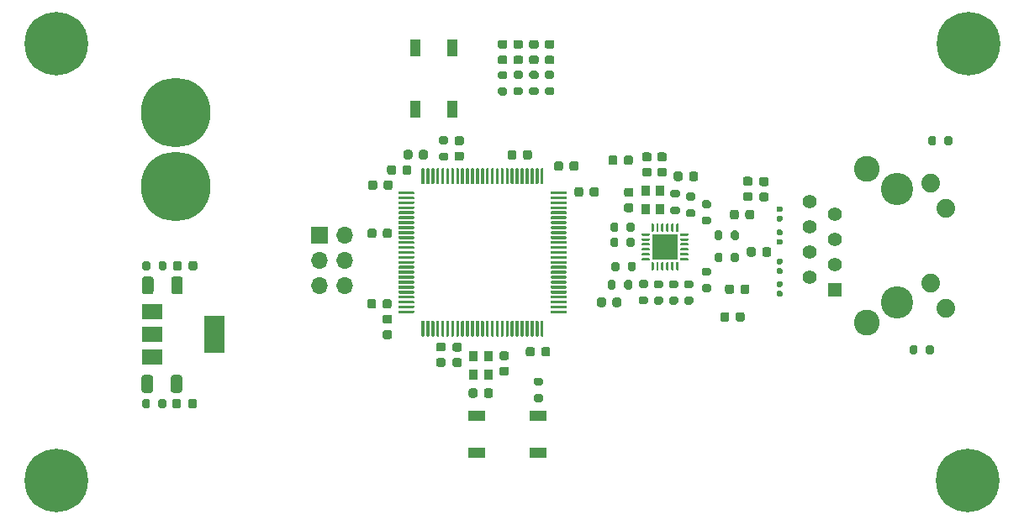
<source format=gbr>
%TF.GenerationSoftware,KiCad,Pcbnew,(5.1.7)-1*%
%TF.CreationDate,2021-09-05T16:50:27-04:00*%
%TF.ProjectId,future-controller,66757475-7265-42d6-936f-6e74726f6c6c,A*%
%TF.SameCoordinates,Original*%
%TF.FileFunction,Soldermask,Top*%
%TF.FilePolarity,Negative*%
%FSLAX46Y46*%
G04 Gerber Fmt 4.6, Leading zero omitted, Abs format (unit mm)*
G04 Created by KiCad (PCBNEW (5.1.7)-1) date 2021-09-05 16:50:27*
%MOMM*%
%LPD*%
G01*
G04 APERTURE LIST*
%ADD10R,0.950000X1.050000*%
%ADD11R,1.400000X1.400000*%
%ADD12C,1.400000*%
%ADD13C,1.890000*%
%ADD14C,2.600000*%
%ADD15C,3.250000*%
%ADD16R,1.800000X1.100000*%
%ADD17R,2.000000X1.500000*%
%ADD18R,2.000000X3.800000*%
%ADD19R,2.600000X2.600000*%
%ADD20R,1.100000X1.800000*%
%ADD21C,6.400000*%
%ADD22C,7.000000*%
%ADD23O,1.700000X1.700000*%
%ADD24R,1.700000X1.700000*%
G04 APERTURE END LIST*
D10*
%TO.C,Y2*%
X160909000Y-93323800D03*
X160909000Y-95173800D03*
X159459000Y-95173800D03*
X159459000Y-93323800D03*
%TD*%
%TO.C,Y1*%
X142150000Y-111846800D03*
X142150000Y-109996800D03*
X143600000Y-109996800D03*
X143600000Y-111846800D03*
%TD*%
D11*
%TO.C,J2*%
X178485800Y-103301800D03*
D12*
X175945800Y-102031800D03*
X178485800Y-100761800D03*
X175945800Y-99491800D03*
X178485800Y-98221800D03*
X175945800Y-96951800D03*
X178485800Y-95681800D03*
X175945800Y-94411800D03*
D13*
X188205800Y-92531800D03*
X189725800Y-95071800D03*
X188205800Y-102641800D03*
X189725800Y-105181800D03*
D14*
X181775800Y-106631800D03*
X181775800Y-91081800D03*
D15*
X184825800Y-104571800D03*
X184825800Y-93141800D03*
%TD*%
%TO.C,C16*%
G36*
G01*
X172778600Y-98195800D02*
X173118600Y-98195800D01*
G75*
G02*
X173258600Y-98335800I0J-140000D01*
G01*
X173258600Y-98615800D01*
G75*
G02*
X173118600Y-98755800I-140000J0D01*
G01*
X172778600Y-98755800D01*
G75*
G02*
X172638600Y-98615800I0J140000D01*
G01*
X172638600Y-98335800D01*
G75*
G02*
X172778600Y-98195800I140000J0D01*
G01*
G37*
G36*
G01*
X172778600Y-97235800D02*
X173118600Y-97235800D01*
G75*
G02*
X173258600Y-97375800I0J-140000D01*
G01*
X173258600Y-97655800D01*
G75*
G02*
X173118600Y-97795800I-140000J0D01*
G01*
X172778600Y-97795800D01*
G75*
G02*
X172638600Y-97655800I0J140000D01*
G01*
X172638600Y-97375800D01*
G75*
G02*
X172778600Y-97235800I140000J0D01*
G01*
G37*
%TD*%
%TO.C,C15*%
G36*
G01*
X172778600Y-103423000D02*
X173118600Y-103423000D01*
G75*
G02*
X173258600Y-103563000I0J-140000D01*
G01*
X173258600Y-103843000D01*
G75*
G02*
X173118600Y-103983000I-140000J0D01*
G01*
X172778600Y-103983000D01*
G75*
G02*
X172638600Y-103843000I0J140000D01*
G01*
X172638600Y-103563000D01*
G75*
G02*
X172778600Y-103423000I140000J0D01*
G01*
G37*
G36*
G01*
X172778600Y-102463000D02*
X173118600Y-102463000D01*
G75*
G02*
X173258600Y-102603000I0J-140000D01*
G01*
X173258600Y-102883000D01*
G75*
G02*
X173118600Y-103023000I-140000J0D01*
G01*
X172778600Y-103023000D01*
G75*
G02*
X172638600Y-102883000I0J140000D01*
G01*
X172638600Y-102603000D01*
G75*
G02*
X172778600Y-102463000I140000J0D01*
G01*
G37*
%TD*%
%TO.C,C13*%
G36*
G01*
X173118600Y-95459000D02*
X172778600Y-95459000D01*
G75*
G02*
X172638600Y-95319000I0J140000D01*
G01*
X172638600Y-95039000D01*
G75*
G02*
X172778600Y-94899000I140000J0D01*
G01*
X173118600Y-94899000D01*
G75*
G02*
X173258600Y-95039000I0J-140000D01*
G01*
X173258600Y-95319000D01*
G75*
G02*
X173118600Y-95459000I-140000J0D01*
G01*
G37*
G36*
G01*
X173118600Y-96419000D02*
X172778600Y-96419000D01*
G75*
G02*
X172638600Y-96279000I0J140000D01*
G01*
X172638600Y-95999000D01*
G75*
G02*
X172778600Y-95859000I140000J0D01*
G01*
X173118600Y-95859000D01*
G75*
G02*
X173258600Y-95999000I0J-140000D01*
G01*
X173258600Y-96279000D01*
G75*
G02*
X173118600Y-96419000I-140000J0D01*
G01*
G37*
%TD*%
%TO.C,C12*%
G36*
G01*
X173118600Y-101697000D02*
X172778600Y-101697000D01*
G75*
G02*
X172638600Y-101557000I0J140000D01*
G01*
X172638600Y-101277000D01*
G75*
G02*
X172778600Y-101137000I140000J0D01*
G01*
X173118600Y-101137000D01*
G75*
G02*
X173258600Y-101277000I0J-140000D01*
G01*
X173258600Y-101557000D01*
G75*
G02*
X173118600Y-101697000I-140000J0D01*
G01*
G37*
G36*
G01*
X173118600Y-100737000D02*
X172778600Y-100737000D01*
G75*
G02*
X172638600Y-100597000I0J140000D01*
G01*
X172638600Y-100317000D01*
G75*
G02*
X172778600Y-100177000I140000J0D01*
G01*
X173118600Y-100177000D01*
G75*
G02*
X173258600Y-100317000I0J-140000D01*
G01*
X173258600Y-100597000D01*
G75*
G02*
X173118600Y-100737000I-140000J0D01*
G01*
G37*
%TD*%
D16*
%TO.C,RESET*%
X148668600Y-116001800D03*
X142468600Y-116001800D03*
X142468600Y-119701800D03*
X148668600Y-119701800D03*
%TD*%
%TO.C,C32*%
G36*
G01*
X157509400Y-94584400D02*
X158009400Y-94584400D01*
G75*
G02*
X158234400Y-94809400I0J-225000D01*
G01*
X158234400Y-95259400D01*
G75*
G02*
X158009400Y-95484400I-225000J0D01*
G01*
X157509400Y-95484400D01*
G75*
G02*
X157284400Y-95259400I0J225000D01*
G01*
X157284400Y-94809400D01*
G75*
G02*
X157509400Y-94584400I225000J0D01*
G01*
G37*
G36*
G01*
X157509400Y-93034400D02*
X158009400Y-93034400D01*
G75*
G02*
X158234400Y-93259400I0J-225000D01*
G01*
X158234400Y-93709400D01*
G75*
G02*
X158009400Y-93934400I-225000J0D01*
G01*
X157509400Y-93934400D01*
G75*
G02*
X157284400Y-93709400I0J225000D01*
G01*
X157284400Y-93259400D01*
G75*
G02*
X157509400Y-93034400I225000J0D01*
G01*
G37*
%TD*%
D17*
%TO.C,U1*%
X109727600Y-105497600D03*
X109727600Y-110097600D03*
X109727600Y-107797600D03*
D18*
X116027600Y-107797600D03*
%TD*%
%TO.C,U3*%
G36*
G01*
X162591800Y-96633800D02*
X162716800Y-96633800D01*
G75*
G02*
X162779300Y-96696300I0J-62500D01*
G01*
X162779300Y-97396300D01*
G75*
G02*
X162716800Y-97458800I-62500J0D01*
G01*
X162591800Y-97458800D01*
G75*
G02*
X162529300Y-97396300I0J62500D01*
G01*
X162529300Y-96696300D01*
G75*
G02*
X162591800Y-96633800I62500J0D01*
G01*
G37*
G36*
G01*
X162091800Y-96633800D02*
X162216800Y-96633800D01*
G75*
G02*
X162279300Y-96696300I0J-62500D01*
G01*
X162279300Y-97396300D01*
G75*
G02*
X162216800Y-97458800I-62500J0D01*
G01*
X162091800Y-97458800D01*
G75*
G02*
X162029300Y-97396300I0J62500D01*
G01*
X162029300Y-96696300D01*
G75*
G02*
X162091800Y-96633800I62500J0D01*
G01*
G37*
G36*
G01*
X161591800Y-96633800D02*
X161716800Y-96633800D01*
G75*
G02*
X161779300Y-96696300I0J-62500D01*
G01*
X161779300Y-97396300D01*
G75*
G02*
X161716800Y-97458800I-62500J0D01*
G01*
X161591800Y-97458800D01*
G75*
G02*
X161529300Y-97396300I0J62500D01*
G01*
X161529300Y-96696300D01*
G75*
G02*
X161591800Y-96633800I62500J0D01*
G01*
G37*
G36*
G01*
X161091800Y-96633800D02*
X161216800Y-96633800D01*
G75*
G02*
X161279300Y-96696300I0J-62500D01*
G01*
X161279300Y-97396300D01*
G75*
G02*
X161216800Y-97458800I-62500J0D01*
G01*
X161091800Y-97458800D01*
G75*
G02*
X161029300Y-97396300I0J62500D01*
G01*
X161029300Y-96696300D01*
G75*
G02*
X161091800Y-96633800I62500J0D01*
G01*
G37*
G36*
G01*
X160591800Y-96633800D02*
X160716800Y-96633800D01*
G75*
G02*
X160779300Y-96696300I0J-62500D01*
G01*
X160779300Y-97396300D01*
G75*
G02*
X160716800Y-97458800I-62500J0D01*
G01*
X160591800Y-97458800D01*
G75*
G02*
X160529300Y-97396300I0J62500D01*
G01*
X160529300Y-96696300D01*
G75*
G02*
X160591800Y-96633800I62500J0D01*
G01*
G37*
G36*
G01*
X160091800Y-96633800D02*
X160216800Y-96633800D01*
G75*
G02*
X160279300Y-96696300I0J-62500D01*
G01*
X160279300Y-97396300D01*
G75*
G02*
X160216800Y-97458800I-62500J0D01*
G01*
X160091800Y-97458800D01*
G75*
G02*
X160029300Y-97396300I0J62500D01*
G01*
X160029300Y-96696300D01*
G75*
G02*
X160091800Y-96633800I62500J0D01*
G01*
G37*
G36*
G01*
X159116800Y-97608800D02*
X159816800Y-97608800D01*
G75*
G02*
X159879300Y-97671300I0J-62500D01*
G01*
X159879300Y-97796300D01*
G75*
G02*
X159816800Y-97858800I-62500J0D01*
G01*
X159116800Y-97858800D01*
G75*
G02*
X159054300Y-97796300I0J62500D01*
G01*
X159054300Y-97671300D01*
G75*
G02*
X159116800Y-97608800I62500J0D01*
G01*
G37*
G36*
G01*
X159116800Y-98108800D02*
X159816800Y-98108800D01*
G75*
G02*
X159879300Y-98171300I0J-62500D01*
G01*
X159879300Y-98296300D01*
G75*
G02*
X159816800Y-98358800I-62500J0D01*
G01*
X159116800Y-98358800D01*
G75*
G02*
X159054300Y-98296300I0J62500D01*
G01*
X159054300Y-98171300D01*
G75*
G02*
X159116800Y-98108800I62500J0D01*
G01*
G37*
G36*
G01*
X159116800Y-98608800D02*
X159816800Y-98608800D01*
G75*
G02*
X159879300Y-98671300I0J-62500D01*
G01*
X159879300Y-98796300D01*
G75*
G02*
X159816800Y-98858800I-62500J0D01*
G01*
X159116800Y-98858800D01*
G75*
G02*
X159054300Y-98796300I0J62500D01*
G01*
X159054300Y-98671300D01*
G75*
G02*
X159116800Y-98608800I62500J0D01*
G01*
G37*
G36*
G01*
X159116800Y-99108800D02*
X159816800Y-99108800D01*
G75*
G02*
X159879300Y-99171300I0J-62500D01*
G01*
X159879300Y-99296300D01*
G75*
G02*
X159816800Y-99358800I-62500J0D01*
G01*
X159116800Y-99358800D01*
G75*
G02*
X159054300Y-99296300I0J62500D01*
G01*
X159054300Y-99171300D01*
G75*
G02*
X159116800Y-99108800I62500J0D01*
G01*
G37*
G36*
G01*
X159116800Y-99608800D02*
X159816800Y-99608800D01*
G75*
G02*
X159879300Y-99671300I0J-62500D01*
G01*
X159879300Y-99796300D01*
G75*
G02*
X159816800Y-99858800I-62500J0D01*
G01*
X159116800Y-99858800D01*
G75*
G02*
X159054300Y-99796300I0J62500D01*
G01*
X159054300Y-99671300D01*
G75*
G02*
X159116800Y-99608800I62500J0D01*
G01*
G37*
G36*
G01*
X159116800Y-100108800D02*
X159816800Y-100108800D01*
G75*
G02*
X159879300Y-100171300I0J-62500D01*
G01*
X159879300Y-100296300D01*
G75*
G02*
X159816800Y-100358800I-62500J0D01*
G01*
X159116800Y-100358800D01*
G75*
G02*
X159054300Y-100296300I0J62500D01*
G01*
X159054300Y-100171300D01*
G75*
G02*
X159116800Y-100108800I62500J0D01*
G01*
G37*
G36*
G01*
X160091800Y-100508800D02*
X160216800Y-100508800D01*
G75*
G02*
X160279300Y-100571300I0J-62500D01*
G01*
X160279300Y-101271300D01*
G75*
G02*
X160216800Y-101333800I-62500J0D01*
G01*
X160091800Y-101333800D01*
G75*
G02*
X160029300Y-101271300I0J62500D01*
G01*
X160029300Y-100571300D01*
G75*
G02*
X160091800Y-100508800I62500J0D01*
G01*
G37*
G36*
G01*
X160591800Y-100508800D02*
X160716800Y-100508800D01*
G75*
G02*
X160779300Y-100571300I0J-62500D01*
G01*
X160779300Y-101271300D01*
G75*
G02*
X160716800Y-101333800I-62500J0D01*
G01*
X160591800Y-101333800D01*
G75*
G02*
X160529300Y-101271300I0J62500D01*
G01*
X160529300Y-100571300D01*
G75*
G02*
X160591800Y-100508800I62500J0D01*
G01*
G37*
G36*
G01*
X161091800Y-100508800D02*
X161216800Y-100508800D01*
G75*
G02*
X161279300Y-100571300I0J-62500D01*
G01*
X161279300Y-101271300D01*
G75*
G02*
X161216800Y-101333800I-62500J0D01*
G01*
X161091800Y-101333800D01*
G75*
G02*
X161029300Y-101271300I0J62500D01*
G01*
X161029300Y-100571300D01*
G75*
G02*
X161091800Y-100508800I62500J0D01*
G01*
G37*
G36*
G01*
X161591800Y-100508800D02*
X161716800Y-100508800D01*
G75*
G02*
X161779300Y-100571300I0J-62500D01*
G01*
X161779300Y-101271300D01*
G75*
G02*
X161716800Y-101333800I-62500J0D01*
G01*
X161591800Y-101333800D01*
G75*
G02*
X161529300Y-101271300I0J62500D01*
G01*
X161529300Y-100571300D01*
G75*
G02*
X161591800Y-100508800I62500J0D01*
G01*
G37*
G36*
G01*
X162091800Y-100508800D02*
X162216800Y-100508800D01*
G75*
G02*
X162279300Y-100571300I0J-62500D01*
G01*
X162279300Y-101271300D01*
G75*
G02*
X162216800Y-101333800I-62500J0D01*
G01*
X162091800Y-101333800D01*
G75*
G02*
X162029300Y-101271300I0J62500D01*
G01*
X162029300Y-100571300D01*
G75*
G02*
X162091800Y-100508800I62500J0D01*
G01*
G37*
G36*
G01*
X162591800Y-100508800D02*
X162716800Y-100508800D01*
G75*
G02*
X162779300Y-100571300I0J-62500D01*
G01*
X162779300Y-101271300D01*
G75*
G02*
X162716800Y-101333800I-62500J0D01*
G01*
X162591800Y-101333800D01*
G75*
G02*
X162529300Y-101271300I0J62500D01*
G01*
X162529300Y-100571300D01*
G75*
G02*
X162591800Y-100508800I62500J0D01*
G01*
G37*
G36*
G01*
X162991800Y-100108800D02*
X163691800Y-100108800D01*
G75*
G02*
X163754300Y-100171300I0J-62500D01*
G01*
X163754300Y-100296300D01*
G75*
G02*
X163691800Y-100358800I-62500J0D01*
G01*
X162991800Y-100358800D01*
G75*
G02*
X162929300Y-100296300I0J62500D01*
G01*
X162929300Y-100171300D01*
G75*
G02*
X162991800Y-100108800I62500J0D01*
G01*
G37*
G36*
G01*
X162991800Y-99608800D02*
X163691800Y-99608800D01*
G75*
G02*
X163754300Y-99671300I0J-62500D01*
G01*
X163754300Y-99796300D01*
G75*
G02*
X163691800Y-99858800I-62500J0D01*
G01*
X162991800Y-99858800D01*
G75*
G02*
X162929300Y-99796300I0J62500D01*
G01*
X162929300Y-99671300D01*
G75*
G02*
X162991800Y-99608800I62500J0D01*
G01*
G37*
G36*
G01*
X162991800Y-99108800D02*
X163691800Y-99108800D01*
G75*
G02*
X163754300Y-99171300I0J-62500D01*
G01*
X163754300Y-99296300D01*
G75*
G02*
X163691800Y-99358800I-62500J0D01*
G01*
X162991800Y-99358800D01*
G75*
G02*
X162929300Y-99296300I0J62500D01*
G01*
X162929300Y-99171300D01*
G75*
G02*
X162991800Y-99108800I62500J0D01*
G01*
G37*
G36*
G01*
X162991800Y-98608800D02*
X163691800Y-98608800D01*
G75*
G02*
X163754300Y-98671300I0J-62500D01*
G01*
X163754300Y-98796300D01*
G75*
G02*
X163691800Y-98858800I-62500J0D01*
G01*
X162991800Y-98858800D01*
G75*
G02*
X162929300Y-98796300I0J62500D01*
G01*
X162929300Y-98671300D01*
G75*
G02*
X162991800Y-98608800I62500J0D01*
G01*
G37*
G36*
G01*
X162991800Y-98108800D02*
X163691800Y-98108800D01*
G75*
G02*
X163754300Y-98171300I0J-62500D01*
G01*
X163754300Y-98296300D01*
G75*
G02*
X163691800Y-98358800I-62500J0D01*
G01*
X162991800Y-98358800D01*
G75*
G02*
X162929300Y-98296300I0J62500D01*
G01*
X162929300Y-98171300D01*
G75*
G02*
X162991800Y-98108800I62500J0D01*
G01*
G37*
G36*
G01*
X162991800Y-97608800D02*
X163691800Y-97608800D01*
G75*
G02*
X163754300Y-97671300I0J-62500D01*
G01*
X163754300Y-97796300D01*
G75*
G02*
X163691800Y-97858800I-62500J0D01*
G01*
X162991800Y-97858800D01*
G75*
G02*
X162929300Y-97796300I0J62500D01*
G01*
X162929300Y-97671300D01*
G75*
G02*
X162991800Y-97608800I62500J0D01*
G01*
G37*
D19*
X161404300Y-98983800D03*
%TD*%
%TO.C,U2*%
G36*
G01*
X137102400Y-108017600D02*
X136952400Y-108017600D01*
G75*
G02*
X136877400Y-107942600I0J75000D01*
G01*
X136877400Y-106492600D01*
G75*
G02*
X136952400Y-106417600I75000J0D01*
G01*
X137102400Y-106417600D01*
G75*
G02*
X137177400Y-106492600I0J-75000D01*
G01*
X137177400Y-107942600D01*
G75*
G02*
X137102400Y-108017600I-75000J0D01*
G01*
G37*
G36*
G01*
X137602400Y-108017600D02*
X137452400Y-108017600D01*
G75*
G02*
X137377400Y-107942600I0J75000D01*
G01*
X137377400Y-106492600D01*
G75*
G02*
X137452400Y-106417600I75000J0D01*
G01*
X137602400Y-106417600D01*
G75*
G02*
X137677400Y-106492600I0J-75000D01*
G01*
X137677400Y-107942600D01*
G75*
G02*
X137602400Y-108017600I-75000J0D01*
G01*
G37*
G36*
G01*
X138102400Y-108017600D02*
X137952400Y-108017600D01*
G75*
G02*
X137877400Y-107942600I0J75000D01*
G01*
X137877400Y-106492600D01*
G75*
G02*
X137952400Y-106417600I75000J0D01*
G01*
X138102400Y-106417600D01*
G75*
G02*
X138177400Y-106492600I0J-75000D01*
G01*
X138177400Y-107942600D01*
G75*
G02*
X138102400Y-108017600I-75000J0D01*
G01*
G37*
G36*
G01*
X138602400Y-108017600D02*
X138452400Y-108017600D01*
G75*
G02*
X138377400Y-107942600I0J75000D01*
G01*
X138377400Y-106492600D01*
G75*
G02*
X138452400Y-106417600I75000J0D01*
G01*
X138602400Y-106417600D01*
G75*
G02*
X138677400Y-106492600I0J-75000D01*
G01*
X138677400Y-107942600D01*
G75*
G02*
X138602400Y-108017600I-75000J0D01*
G01*
G37*
G36*
G01*
X139102400Y-108017600D02*
X138952400Y-108017600D01*
G75*
G02*
X138877400Y-107942600I0J75000D01*
G01*
X138877400Y-106492600D01*
G75*
G02*
X138952400Y-106417600I75000J0D01*
G01*
X139102400Y-106417600D01*
G75*
G02*
X139177400Y-106492600I0J-75000D01*
G01*
X139177400Y-107942600D01*
G75*
G02*
X139102400Y-108017600I-75000J0D01*
G01*
G37*
G36*
G01*
X139602400Y-108017600D02*
X139452400Y-108017600D01*
G75*
G02*
X139377400Y-107942600I0J75000D01*
G01*
X139377400Y-106492600D01*
G75*
G02*
X139452400Y-106417600I75000J0D01*
G01*
X139602400Y-106417600D01*
G75*
G02*
X139677400Y-106492600I0J-75000D01*
G01*
X139677400Y-107942600D01*
G75*
G02*
X139602400Y-108017600I-75000J0D01*
G01*
G37*
G36*
G01*
X140102400Y-108017600D02*
X139952400Y-108017600D01*
G75*
G02*
X139877400Y-107942600I0J75000D01*
G01*
X139877400Y-106492600D01*
G75*
G02*
X139952400Y-106417600I75000J0D01*
G01*
X140102400Y-106417600D01*
G75*
G02*
X140177400Y-106492600I0J-75000D01*
G01*
X140177400Y-107942600D01*
G75*
G02*
X140102400Y-108017600I-75000J0D01*
G01*
G37*
G36*
G01*
X140602400Y-108017600D02*
X140452400Y-108017600D01*
G75*
G02*
X140377400Y-107942600I0J75000D01*
G01*
X140377400Y-106492600D01*
G75*
G02*
X140452400Y-106417600I75000J0D01*
G01*
X140602400Y-106417600D01*
G75*
G02*
X140677400Y-106492600I0J-75000D01*
G01*
X140677400Y-107942600D01*
G75*
G02*
X140602400Y-108017600I-75000J0D01*
G01*
G37*
G36*
G01*
X141102400Y-108017600D02*
X140952400Y-108017600D01*
G75*
G02*
X140877400Y-107942600I0J75000D01*
G01*
X140877400Y-106492600D01*
G75*
G02*
X140952400Y-106417600I75000J0D01*
G01*
X141102400Y-106417600D01*
G75*
G02*
X141177400Y-106492600I0J-75000D01*
G01*
X141177400Y-107942600D01*
G75*
G02*
X141102400Y-108017600I-75000J0D01*
G01*
G37*
G36*
G01*
X141602400Y-108017600D02*
X141452400Y-108017600D01*
G75*
G02*
X141377400Y-107942600I0J75000D01*
G01*
X141377400Y-106492600D01*
G75*
G02*
X141452400Y-106417600I75000J0D01*
G01*
X141602400Y-106417600D01*
G75*
G02*
X141677400Y-106492600I0J-75000D01*
G01*
X141677400Y-107942600D01*
G75*
G02*
X141602400Y-108017600I-75000J0D01*
G01*
G37*
G36*
G01*
X142102400Y-108017600D02*
X141952400Y-108017600D01*
G75*
G02*
X141877400Y-107942600I0J75000D01*
G01*
X141877400Y-106492600D01*
G75*
G02*
X141952400Y-106417600I75000J0D01*
G01*
X142102400Y-106417600D01*
G75*
G02*
X142177400Y-106492600I0J-75000D01*
G01*
X142177400Y-107942600D01*
G75*
G02*
X142102400Y-108017600I-75000J0D01*
G01*
G37*
G36*
G01*
X142602400Y-108017600D02*
X142452400Y-108017600D01*
G75*
G02*
X142377400Y-107942600I0J75000D01*
G01*
X142377400Y-106492600D01*
G75*
G02*
X142452400Y-106417600I75000J0D01*
G01*
X142602400Y-106417600D01*
G75*
G02*
X142677400Y-106492600I0J-75000D01*
G01*
X142677400Y-107942600D01*
G75*
G02*
X142602400Y-108017600I-75000J0D01*
G01*
G37*
G36*
G01*
X143102400Y-108017600D02*
X142952400Y-108017600D01*
G75*
G02*
X142877400Y-107942600I0J75000D01*
G01*
X142877400Y-106492600D01*
G75*
G02*
X142952400Y-106417600I75000J0D01*
G01*
X143102400Y-106417600D01*
G75*
G02*
X143177400Y-106492600I0J-75000D01*
G01*
X143177400Y-107942600D01*
G75*
G02*
X143102400Y-108017600I-75000J0D01*
G01*
G37*
G36*
G01*
X143602400Y-108017600D02*
X143452400Y-108017600D01*
G75*
G02*
X143377400Y-107942600I0J75000D01*
G01*
X143377400Y-106492600D01*
G75*
G02*
X143452400Y-106417600I75000J0D01*
G01*
X143602400Y-106417600D01*
G75*
G02*
X143677400Y-106492600I0J-75000D01*
G01*
X143677400Y-107942600D01*
G75*
G02*
X143602400Y-108017600I-75000J0D01*
G01*
G37*
G36*
G01*
X144102400Y-108017600D02*
X143952400Y-108017600D01*
G75*
G02*
X143877400Y-107942600I0J75000D01*
G01*
X143877400Y-106492600D01*
G75*
G02*
X143952400Y-106417600I75000J0D01*
G01*
X144102400Y-106417600D01*
G75*
G02*
X144177400Y-106492600I0J-75000D01*
G01*
X144177400Y-107942600D01*
G75*
G02*
X144102400Y-108017600I-75000J0D01*
G01*
G37*
G36*
G01*
X144602400Y-108017600D02*
X144452400Y-108017600D01*
G75*
G02*
X144377400Y-107942600I0J75000D01*
G01*
X144377400Y-106492600D01*
G75*
G02*
X144452400Y-106417600I75000J0D01*
G01*
X144602400Y-106417600D01*
G75*
G02*
X144677400Y-106492600I0J-75000D01*
G01*
X144677400Y-107942600D01*
G75*
G02*
X144602400Y-108017600I-75000J0D01*
G01*
G37*
G36*
G01*
X145102400Y-108017600D02*
X144952400Y-108017600D01*
G75*
G02*
X144877400Y-107942600I0J75000D01*
G01*
X144877400Y-106492600D01*
G75*
G02*
X144952400Y-106417600I75000J0D01*
G01*
X145102400Y-106417600D01*
G75*
G02*
X145177400Y-106492600I0J-75000D01*
G01*
X145177400Y-107942600D01*
G75*
G02*
X145102400Y-108017600I-75000J0D01*
G01*
G37*
G36*
G01*
X145602400Y-108017600D02*
X145452400Y-108017600D01*
G75*
G02*
X145377400Y-107942600I0J75000D01*
G01*
X145377400Y-106492600D01*
G75*
G02*
X145452400Y-106417600I75000J0D01*
G01*
X145602400Y-106417600D01*
G75*
G02*
X145677400Y-106492600I0J-75000D01*
G01*
X145677400Y-107942600D01*
G75*
G02*
X145602400Y-108017600I-75000J0D01*
G01*
G37*
G36*
G01*
X146102400Y-108017600D02*
X145952400Y-108017600D01*
G75*
G02*
X145877400Y-107942600I0J75000D01*
G01*
X145877400Y-106492600D01*
G75*
G02*
X145952400Y-106417600I75000J0D01*
G01*
X146102400Y-106417600D01*
G75*
G02*
X146177400Y-106492600I0J-75000D01*
G01*
X146177400Y-107942600D01*
G75*
G02*
X146102400Y-108017600I-75000J0D01*
G01*
G37*
G36*
G01*
X146602400Y-108017600D02*
X146452400Y-108017600D01*
G75*
G02*
X146377400Y-107942600I0J75000D01*
G01*
X146377400Y-106492600D01*
G75*
G02*
X146452400Y-106417600I75000J0D01*
G01*
X146602400Y-106417600D01*
G75*
G02*
X146677400Y-106492600I0J-75000D01*
G01*
X146677400Y-107942600D01*
G75*
G02*
X146602400Y-108017600I-75000J0D01*
G01*
G37*
G36*
G01*
X147102400Y-108017600D02*
X146952400Y-108017600D01*
G75*
G02*
X146877400Y-107942600I0J75000D01*
G01*
X146877400Y-106492600D01*
G75*
G02*
X146952400Y-106417600I75000J0D01*
G01*
X147102400Y-106417600D01*
G75*
G02*
X147177400Y-106492600I0J-75000D01*
G01*
X147177400Y-107942600D01*
G75*
G02*
X147102400Y-108017600I-75000J0D01*
G01*
G37*
G36*
G01*
X147602400Y-108017600D02*
X147452400Y-108017600D01*
G75*
G02*
X147377400Y-107942600I0J75000D01*
G01*
X147377400Y-106492600D01*
G75*
G02*
X147452400Y-106417600I75000J0D01*
G01*
X147602400Y-106417600D01*
G75*
G02*
X147677400Y-106492600I0J-75000D01*
G01*
X147677400Y-107942600D01*
G75*
G02*
X147602400Y-108017600I-75000J0D01*
G01*
G37*
G36*
G01*
X148102400Y-108017600D02*
X147952400Y-108017600D01*
G75*
G02*
X147877400Y-107942600I0J75000D01*
G01*
X147877400Y-106492600D01*
G75*
G02*
X147952400Y-106417600I75000J0D01*
G01*
X148102400Y-106417600D01*
G75*
G02*
X148177400Y-106492600I0J-75000D01*
G01*
X148177400Y-107942600D01*
G75*
G02*
X148102400Y-108017600I-75000J0D01*
G01*
G37*
G36*
G01*
X148602400Y-108017600D02*
X148452400Y-108017600D01*
G75*
G02*
X148377400Y-107942600I0J75000D01*
G01*
X148377400Y-106492600D01*
G75*
G02*
X148452400Y-106417600I75000J0D01*
G01*
X148602400Y-106417600D01*
G75*
G02*
X148677400Y-106492600I0J-75000D01*
G01*
X148677400Y-107942600D01*
G75*
G02*
X148602400Y-108017600I-75000J0D01*
G01*
G37*
G36*
G01*
X149102400Y-108017600D02*
X148952400Y-108017600D01*
G75*
G02*
X148877400Y-107942600I0J75000D01*
G01*
X148877400Y-106492600D01*
G75*
G02*
X148952400Y-106417600I75000J0D01*
G01*
X149102400Y-106417600D01*
G75*
G02*
X149177400Y-106492600I0J-75000D01*
G01*
X149177400Y-107942600D01*
G75*
G02*
X149102400Y-108017600I-75000J0D01*
G01*
G37*
G36*
G01*
X151427400Y-105692600D02*
X149977400Y-105692600D01*
G75*
G02*
X149902400Y-105617600I0J75000D01*
G01*
X149902400Y-105467600D01*
G75*
G02*
X149977400Y-105392600I75000J0D01*
G01*
X151427400Y-105392600D01*
G75*
G02*
X151502400Y-105467600I0J-75000D01*
G01*
X151502400Y-105617600D01*
G75*
G02*
X151427400Y-105692600I-75000J0D01*
G01*
G37*
G36*
G01*
X151427400Y-105192600D02*
X149977400Y-105192600D01*
G75*
G02*
X149902400Y-105117600I0J75000D01*
G01*
X149902400Y-104967600D01*
G75*
G02*
X149977400Y-104892600I75000J0D01*
G01*
X151427400Y-104892600D01*
G75*
G02*
X151502400Y-104967600I0J-75000D01*
G01*
X151502400Y-105117600D01*
G75*
G02*
X151427400Y-105192600I-75000J0D01*
G01*
G37*
G36*
G01*
X151427400Y-104692600D02*
X149977400Y-104692600D01*
G75*
G02*
X149902400Y-104617600I0J75000D01*
G01*
X149902400Y-104467600D01*
G75*
G02*
X149977400Y-104392600I75000J0D01*
G01*
X151427400Y-104392600D01*
G75*
G02*
X151502400Y-104467600I0J-75000D01*
G01*
X151502400Y-104617600D01*
G75*
G02*
X151427400Y-104692600I-75000J0D01*
G01*
G37*
G36*
G01*
X151427400Y-104192600D02*
X149977400Y-104192600D01*
G75*
G02*
X149902400Y-104117600I0J75000D01*
G01*
X149902400Y-103967600D01*
G75*
G02*
X149977400Y-103892600I75000J0D01*
G01*
X151427400Y-103892600D01*
G75*
G02*
X151502400Y-103967600I0J-75000D01*
G01*
X151502400Y-104117600D01*
G75*
G02*
X151427400Y-104192600I-75000J0D01*
G01*
G37*
G36*
G01*
X151427400Y-103692600D02*
X149977400Y-103692600D01*
G75*
G02*
X149902400Y-103617600I0J75000D01*
G01*
X149902400Y-103467600D01*
G75*
G02*
X149977400Y-103392600I75000J0D01*
G01*
X151427400Y-103392600D01*
G75*
G02*
X151502400Y-103467600I0J-75000D01*
G01*
X151502400Y-103617600D01*
G75*
G02*
X151427400Y-103692600I-75000J0D01*
G01*
G37*
G36*
G01*
X151427400Y-103192600D02*
X149977400Y-103192600D01*
G75*
G02*
X149902400Y-103117600I0J75000D01*
G01*
X149902400Y-102967600D01*
G75*
G02*
X149977400Y-102892600I75000J0D01*
G01*
X151427400Y-102892600D01*
G75*
G02*
X151502400Y-102967600I0J-75000D01*
G01*
X151502400Y-103117600D01*
G75*
G02*
X151427400Y-103192600I-75000J0D01*
G01*
G37*
G36*
G01*
X151427400Y-102692600D02*
X149977400Y-102692600D01*
G75*
G02*
X149902400Y-102617600I0J75000D01*
G01*
X149902400Y-102467600D01*
G75*
G02*
X149977400Y-102392600I75000J0D01*
G01*
X151427400Y-102392600D01*
G75*
G02*
X151502400Y-102467600I0J-75000D01*
G01*
X151502400Y-102617600D01*
G75*
G02*
X151427400Y-102692600I-75000J0D01*
G01*
G37*
G36*
G01*
X151427400Y-102192600D02*
X149977400Y-102192600D01*
G75*
G02*
X149902400Y-102117600I0J75000D01*
G01*
X149902400Y-101967600D01*
G75*
G02*
X149977400Y-101892600I75000J0D01*
G01*
X151427400Y-101892600D01*
G75*
G02*
X151502400Y-101967600I0J-75000D01*
G01*
X151502400Y-102117600D01*
G75*
G02*
X151427400Y-102192600I-75000J0D01*
G01*
G37*
G36*
G01*
X151427400Y-101692600D02*
X149977400Y-101692600D01*
G75*
G02*
X149902400Y-101617600I0J75000D01*
G01*
X149902400Y-101467600D01*
G75*
G02*
X149977400Y-101392600I75000J0D01*
G01*
X151427400Y-101392600D01*
G75*
G02*
X151502400Y-101467600I0J-75000D01*
G01*
X151502400Y-101617600D01*
G75*
G02*
X151427400Y-101692600I-75000J0D01*
G01*
G37*
G36*
G01*
X151427400Y-101192600D02*
X149977400Y-101192600D01*
G75*
G02*
X149902400Y-101117600I0J75000D01*
G01*
X149902400Y-100967600D01*
G75*
G02*
X149977400Y-100892600I75000J0D01*
G01*
X151427400Y-100892600D01*
G75*
G02*
X151502400Y-100967600I0J-75000D01*
G01*
X151502400Y-101117600D01*
G75*
G02*
X151427400Y-101192600I-75000J0D01*
G01*
G37*
G36*
G01*
X151427400Y-100692600D02*
X149977400Y-100692600D01*
G75*
G02*
X149902400Y-100617600I0J75000D01*
G01*
X149902400Y-100467600D01*
G75*
G02*
X149977400Y-100392600I75000J0D01*
G01*
X151427400Y-100392600D01*
G75*
G02*
X151502400Y-100467600I0J-75000D01*
G01*
X151502400Y-100617600D01*
G75*
G02*
X151427400Y-100692600I-75000J0D01*
G01*
G37*
G36*
G01*
X151427400Y-100192600D02*
X149977400Y-100192600D01*
G75*
G02*
X149902400Y-100117600I0J75000D01*
G01*
X149902400Y-99967600D01*
G75*
G02*
X149977400Y-99892600I75000J0D01*
G01*
X151427400Y-99892600D01*
G75*
G02*
X151502400Y-99967600I0J-75000D01*
G01*
X151502400Y-100117600D01*
G75*
G02*
X151427400Y-100192600I-75000J0D01*
G01*
G37*
G36*
G01*
X151427400Y-99692600D02*
X149977400Y-99692600D01*
G75*
G02*
X149902400Y-99617600I0J75000D01*
G01*
X149902400Y-99467600D01*
G75*
G02*
X149977400Y-99392600I75000J0D01*
G01*
X151427400Y-99392600D01*
G75*
G02*
X151502400Y-99467600I0J-75000D01*
G01*
X151502400Y-99617600D01*
G75*
G02*
X151427400Y-99692600I-75000J0D01*
G01*
G37*
G36*
G01*
X151427400Y-99192600D02*
X149977400Y-99192600D01*
G75*
G02*
X149902400Y-99117600I0J75000D01*
G01*
X149902400Y-98967600D01*
G75*
G02*
X149977400Y-98892600I75000J0D01*
G01*
X151427400Y-98892600D01*
G75*
G02*
X151502400Y-98967600I0J-75000D01*
G01*
X151502400Y-99117600D01*
G75*
G02*
X151427400Y-99192600I-75000J0D01*
G01*
G37*
G36*
G01*
X151427400Y-98692600D02*
X149977400Y-98692600D01*
G75*
G02*
X149902400Y-98617600I0J75000D01*
G01*
X149902400Y-98467600D01*
G75*
G02*
X149977400Y-98392600I75000J0D01*
G01*
X151427400Y-98392600D01*
G75*
G02*
X151502400Y-98467600I0J-75000D01*
G01*
X151502400Y-98617600D01*
G75*
G02*
X151427400Y-98692600I-75000J0D01*
G01*
G37*
G36*
G01*
X151427400Y-98192600D02*
X149977400Y-98192600D01*
G75*
G02*
X149902400Y-98117600I0J75000D01*
G01*
X149902400Y-97967600D01*
G75*
G02*
X149977400Y-97892600I75000J0D01*
G01*
X151427400Y-97892600D01*
G75*
G02*
X151502400Y-97967600I0J-75000D01*
G01*
X151502400Y-98117600D01*
G75*
G02*
X151427400Y-98192600I-75000J0D01*
G01*
G37*
G36*
G01*
X151427400Y-97692600D02*
X149977400Y-97692600D01*
G75*
G02*
X149902400Y-97617600I0J75000D01*
G01*
X149902400Y-97467600D01*
G75*
G02*
X149977400Y-97392600I75000J0D01*
G01*
X151427400Y-97392600D01*
G75*
G02*
X151502400Y-97467600I0J-75000D01*
G01*
X151502400Y-97617600D01*
G75*
G02*
X151427400Y-97692600I-75000J0D01*
G01*
G37*
G36*
G01*
X151427400Y-97192600D02*
X149977400Y-97192600D01*
G75*
G02*
X149902400Y-97117600I0J75000D01*
G01*
X149902400Y-96967600D01*
G75*
G02*
X149977400Y-96892600I75000J0D01*
G01*
X151427400Y-96892600D01*
G75*
G02*
X151502400Y-96967600I0J-75000D01*
G01*
X151502400Y-97117600D01*
G75*
G02*
X151427400Y-97192600I-75000J0D01*
G01*
G37*
G36*
G01*
X151427400Y-96692600D02*
X149977400Y-96692600D01*
G75*
G02*
X149902400Y-96617600I0J75000D01*
G01*
X149902400Y-96467600D01*
G75*
G02*
X149977400Y-96392600I75000J0D01*
G01*
X151427400Y-96392600D01*
G75*
G02*
X151502400Y-96467600I0J-75000D01*
G01*
X151502400Y-96617600D01*
G75*
G02*
X151427400Y-96692600I-75000J0D01*
G01*
G37*
G36*
G01*
X151427400Y-96192600D02*
X149977400Y-96192600D01*
G75*
G02*
X149902400Y-96117600I0J75000D01*
G01*
X149902400Y-95967600D01*
G75*
G02*
X149977400Y-95892600I75000J0D01*
G01*
X151427400Y-95892600D01*
G75*
G02*
X151502400Y-95967600I0J-75000D01*
G01*
X151502400Y-96117600D01*
G75*
G02*
X151427400Y-96192600I-75000J0D01*
G01*
G37*
G36*
G01*
X151427400Y-95692600D02*
X149977400Y-95692600D01*
G75*
G02*
X149902400Y-95617600I0J75000D01*
G01*
X149902400Y-95467600D01*
G75*
G02*
X149977400Y-95392600I75000J0D01*
G01*
X151427400Y-95392600D01*
G75*
G02*
X151502400Y-95467600I0J-75000D01*
G01*
X151502400Y-95617600D01*
G75*
G02*
X151427400Y-95692600I-75000J0D01*
G01*
G37*
G36*
G01*
X151427400Y-95192600D02*
X149977400Y-95192600D01*
G75*
G02*
X149902400Y-95117600I0J75000D01*
G01*
X149902400Y-94967600D01*
G75*
G02*
X149977400Y-94892600I75000J0D01*
G01*
X151427400Y-94892600D01*
G75*
G02*
X151502400Y-94967600I0J-75000D01*
G01*
X151502400Y-95117600D01*
G75*
G02*
X151427400Y-95192600I-75000J0D01*
G01*
G37*
G36*
G01*
X151427400Y-94692600D02*
X149977400Y-94692600D01*
G75*
G02*
X149902400Y-94617600I0J75000D01*
G01*
X149902400Y-94467600D01*
G75*
G02*
X149977400Y-94392600I75000J0D01*
G01*
X151427400Y-94392600D01*
G75*
G02*
X151502400Y-94467600I0J-75000D01*
G01*
X151502400Y-94617600D01*
G75*
G02*
X151427400Y-94692600I-75000J0D01*
G01*
G37*
G36*
G01*
X151427400Y-94192600D02*
X149977400Y-94192600D01*
G75*
G02*
X149902400Y-94117600I0J75000D01*
G01*
X149902400Y-93967600D01*
G75*
G02*
X149977400Y-93892600I75000J0D01*
G01*
X151427400Y-93892600D01*
G75*
G02*
X151502400Y-93967600I0J-75000D01*
G01*
X151502400Y-94117600D01*
G75*
G02*
X151427400Y-94192600I-75000J0D01*
G01*
G37*
G36*
G01*
X151427400Y-93692600D02*
X149977400Y-93692600D01*
G75*
G02*
X149902400Y-93617600I0J75000D01*
G01*
X149902400Y-93467600D01*
G75*
G02*
X149977400Y-93392600I75000J0D01*
G01*
X151427400Y-93392600D01*
G75*
G02*
X151502400Y-93467600I0J-75000D01*
G01*
X151502400Y-93617600D01*
G75*
G02*
X151427400Y-93692600I-75000J0D01*
G01*
G37*
G36*
G01*
X149102400Y-92667600D02*
X148952400Y-92667600D01*
G75*
G02*
X148877400Y-92592600I0J75000D01*
G01*
X148877400Y-91142600D01*
G75*
G02*
X148952400Y-91067600I75000J0D01*
G01*
X149102400Y-91067600D01*
G75*
G02*
X149177400Y-91142600I0J-75000D01*
G01*
X149177400Y-92592600D01*
G75*
G02*
X149102400Y-92667600I-75000J0D01*
G01*
G37*
G36*
G01*
X148602400Y-92667600D02*
X148452400Y-92667600D01*
G75*
G02*
X148377400Y-92592600I0J75000D01*
G01*
X148377400Y-91142600D01*
G75*
G02*
X148452400Y-91067600I75000J0D01*
G01*
X148602400Y-91067600D01*
G75*
G02*
X148677400Y-91142600I0J-75000D01*
G01*
X148677400Y-92592600D01*
G75*
G02*
X148602400Y-92667600I-75000J0D01*
G01*
G37*
G36*
G01*
X148102400Y-92667600D02*
X147952400Y-92667600D01*
G75*
G02*
X147877400Y-92592600I0J75000D01*
G01*
X147877400Y-91142600D01*
G75*
G02*
X147952400Y-91067600I75000J0D01*
G01*
X148102400Y-91067600D01*
G75*
G02*
X148177400Y-91142600I0J-75000D01*
G01*
X148177400Y-92592600D01*
G75*
G02*
X148102400Y-92667600I-75000J0D01*
G01*
G37*
G36*
G01*
X147602400Y-92667600D02*
X147452400Y-92667600D01*
G75*
G02*
X147377400Y-92592600I0J75000D01*
G01*
X147377400Y-91142600D01*
G75*
G02*
X147452400Y-91067600I75000J0D01*
G01*
X147602400Y-91067600D01*
G75*
G02*
X147677400Y-91142600I0J-75000D01*
G01*
X147677400Y-92592600D01*
G75*
G02*
X147602400Y-92667600I-75000J0D01*
G01*
G37*
G36*
G01*
X147102400Y-92667600D02*
X146952400Y-92667600D01*
G75*
G02*
X146877400Y-92592600I0J75000D01*
G01*
X146877400Y-91142600D01*
G75*
G02*
X146952400Y-91067600I75000J0D01*
G01*
X147102400Y-91067600D01*
G75*
G02*
X147177400Y-91142600I0J-75000D01*
G01*
X147177400Y-92592600D01*
G75*
G02*
X147102400Y-92667600I-75000J0D01*
G01*
G37*
G36*
G01*
X146602400Y-92667600D02*
X146452400Y-92667600D01*
G75*
G02*
X146377400Y-92592600I0J75000D01*
G01*
X146377400Y-91142600D01*
G75*
G02*
X146452400Y-91067600I75000J0D01*
G01*
X146602400Y-91067600D01*
G75*
G02*
X146677400Y-91142600I0J-75000D01*
G01*
X146677400Y-92592600D01*
G75*
G02*
X146602400Y-92667600I-75000J0D01*
G01*
G37*
G36*
G01*
X146102400Y-92667600D02*
X145952400Y-92667600D01*
G75*
G02*
X145877400Y-92592600I0J75000D01*
G01*
X145877400Y-91142600D01*
G75*
G02*
X145952400Y-91067600I75000J0D01*
G01*
X146102400Y-91067600D01*
G75*
G02*
X146177400Y-91142600I0J-75000D01*
G01*
X146177400Y-92592600D01*
G75*
G02*
X146102400Y-92667600I-75000J0D01*
G01*
G37*
G36*
G01*
X145602400Y-92667600D02*
X145452400Y-92667600D01*
G75*
G02*
X145377400Y-92592600I0J75000D01*
G01*
X145377400Y-91142600D01*
G75*
G02*
X145452400Y-91067600I75000J0D01*
G01*
X145602400Y-91067600D01*
G75*
G02*
X145677400Y-91142600I0J-75000D01*
G01*
X145677400Y-92592600D01*
G75*
G02*
X145602400Y-92667600I-75000J0D01*
G01*
G37*
G36*
G01*
X145102400Y-92667600D02*
X144952400Y-92667600D01*
G75*
G02*
X144877400Y-92592600I0J75000D01*
G01*
X144877400Y-91142600D01*
G75*
G02*
X144952400Y-91067600I75000J0D01*
G01*
X145102400Y-91067600D01*
G75*
G02*
X145177400Y-91142600I0J-75000D01*
G01*
X145177400Y-92592600D01*
G75*
G02*
X145102400Y-92667600I-75000J0D01*
G01*
G37*
G36*
G01*
X144602400Y-92667600D02*
X144452400Y-92667600D01*
G75*
G02*
X144377400Y-92592600I0J75000D01*
G01*
X144377400Y-91142600D01*
G75*
G02*
X144452400Y-91067600I75000J0D01*
G01*
X144602400Y-91067600D01*
G75*
G02*
X144677400Y-91142600I0J-75000D01*
G01*
X144677400Y-92592600D01*
G75*
G02*
X144602400Y-92667600I-75000J0D01*
G01*
G37*
G36*
G01*
X144102400Y-92667600D02*
X143952400Y-92667600D01*
G75*
G02*
X143877400Y-92592600I0J75000D01*
G01*
X143877400Y-91142600D01*
G75*
G02*
X143952400Y-91067600I75000J0D01*
G01*
X144102400Y-91067600D01*
G75*
G02*
X144177400Y-91142600I0J-75000D01*
G01*
X144177400Y-92592600D01*
G75*
G02*
X144102400Y-92667600I-75000J0D01*
G01*
G37*
G36*
G01*
X143602400Y-92667600D02*
X143452400Y-92667600D01*
G75*
G02*
X143377400Y-92592600I0J75000D01*
G01*
X143377400Y-91142600D01*
G75*
G02*
X143452400Y-91067600I75000J0D01*
G01*
X143602400Y-91067600D01*
G75*
G02*
X143677400Y-91142600I0J-75000D01*
G01*
X143677400Y-92592600D01*
G75*
G02*
X143602400Y-92667600I-75000J0D01*
G01*
G37*
G36*
G01*
X143102400Y-92667600D02*
X142952400Y-92667600D01*
G75*
G02*
X142877400Y-92592600I0J75000D01*
G01*
X142877400Y-91142600D01*
G75*
G02*
X142952400Y-91067600I75000J0D01*
G01*
X143102400Y-91067600D01*
G75*
G02*
X143177400Y-91142600I0J-75000D01*
G01*
X143177400Y-92592600D01*
G75*
G02*
X143102400Y-92667600I-75000J0D01*
G01*
G37*
G36*
G01*
X142602400Y-92667600D02*
X142452400Y-92667600D01*
G75*
G02*
X142377400Y-92592600I0J75000D01*
G01*
X142377400Y-91142600D01*
G75*
G02*
X142452400Y-91067600I75000J0D01*
G01*
X142602400Y-91067600D01*
G75*
G02*
X142677400Y-91142600I0J-75000D01*
G01*
X142677400Y-92592600D01*
G75*
G02*
X142602400Y-92667600I-75000J0D01*
G01*
G37*
G36*
G01*
X142102400Y-92667600D02*
X141952400Y-92667600D01*
G75*
G02*
X141877400Y-92592600I0J75000D01*
G01*
X141877400Y-91142600D01*
G75*
G02*
X141952400Y-91067600I75000J0D01*
G01*
X142102400Y-91067600D01*
G75*
G02*
X142177400Y-91142600I0J-75000D01*
G01*
X142177400Y-92592600D01*
G75*
G02*
X142102400Y-92667600I-75000J0D01*
G01*
G37*
G36*
G01*
X141602400Y-92667600D02*
X141452400Y-92667600D01*
G75*
G02*
X141377400Y-92592600I0J75000D01*
G01*
X141377400Y-91142600D01*
G75*
G02*
X141452400Y-91067600I75000J0D01*
G01*
X141602400Y-91067600D01*
G75*
G02*
X141677400Y-91142600I0J-75000D01*
G01*
X141677400Y-92592600D01*
G75*
G02*
X141602400Y-92667600I-75000J0D01*
G01*
G37*
G36*
G01*
X141102400Y-92667600D02*
X140952400Y-92667600D01*
G75*
G02*
X140877400Y-92592600I0J75000D01*
G01*
X140877400Y-91142600D01*
G75*
G02*
X140952400Y-91067600I75000J0D01*
G01*
X141102400Y-91067600D01*
G75*
G02*
X141177400Y-91142600I0J-75000D01*
G01*
X141177400Y-92592600D01*
G75*
G02*
X141102400Y-92667600I-75000J0D01*
G01*
G37*
G36*
G01*
X140602400Y-92667600D02*
X140452400Y-92667600D01*
G75*
G02*
X140377400Y-92592600I0J75000D01*
G01*
X140377400Y-91142600D01*
G75*
G02*
X140452400Y-91067600I75000J0D01*
G01*
X140602400Y-91067600D01*
G75*
G02*
X140677400Y-91142600I0J-75000D01*
G01*
X140677400Y-92592600D01*
G75*
G02*
X140602400Y-92667600I-75000J0D01*
G01*
G37*
G36*
G01*
X140102400Y-92667600D02*
X139952400Y-92667600D01*
G75*
G02*
X139877400Y-92592600I0J75000D01*
G01*
X139877400Y-91142600D01*
G75*
G02*
X139952400Y-91067600I75000J0D01*
G01*
X140102400Y-91067600D01*
G75*
G02*
X140177400Y-91142600I0J-75000D01*
G01*
X140177400Y-92592600D01*
G75*
G02*
X140102400Y-92667600I-75000J0D01*
G01*
G37*
G36*
G01*
X139602400Y-92667600D02*
X139452400Y-92667600D01*
G75*
G02*
X139377400Y-92592600I0J75000D01*
G01*
X139377400Y-91142600D01*
G75*
G02*
X139452400Y-91067600I75000J0D01*
G01*
X139602400Y-91067600D01*
G75*
G02*
X139677400Y-91142600I0J-75000D01*
G01*
X139677400Y-92592600D01*
G75*
G02*
X139602400Y-92667600I-75000J0D01*
G01*
G37*
G36*
G01*
X139102400Y-92667600D02*
X138952400Y-92667600D01*
G75*
G02*
X138877400Y-92592600I0J75000D01*
G01*
X138877400Y-91142600D01*
G75*
G02*
X138952400Y-91067600I75000J0D01*
G01*
X139102400Y-91067600D01*
G75*
G02*
X139177400Y-91142600I0J-75000D01*
G01*
X139177400Y-92592600D01*
G75*
G02*
X139102400Y-92667600I-75000J0D01*
G01*
G37*
G36*
G01*
X138602400Y-92667600D02*
X138452400Y-92667600D01*
G75*
G02*
X138377400Y-92592600I0J75000D01*
G01*
X138377400Y-91142600D01*
G75*
G02*
X138452400Y-91067600I75000J0D01*
G01*
X138602400Y-91067600D01*
G75*
G02*
X138677400Y-91142600I0J-75000D01*
G01*
X138677400Y-92592600D01*
G75*
G02*
X138602400Y-92667600I-75000J0D01*
G01*
G37*
G36*
G01*
X138102400Y-92667600D02*
X137952400Y-92667600D01*
G75*
G02*
X137877400Y-92592600I0J75000D01*
G01*
X137877400Y-91142600D01*
G75*
G02*
X137952400Y-91067600I75000J0D01*
G01*
X138102400Y-91067600D01*
G75*
G02*
X138177400Y-91142600I0J-75000D01*
G01*
X138177400Y-92592600D01*
G75*
G02*
X138102400Y-92667600I-75000J0D01*
G01*
G37*
G36*
G01*
X137602400Y-92667600D02*
X137452400Y-92667600D01*
G75*
G02*
X137377400Y-92592600I0J75000D01*
G01*
X137377400Y-91142600D01*
G75*
G02*
X137452400Y-91067600I75000J0D01*
G01*
X137602400Y-91067600D01*
G75*
G02*
X137677400Y-91142600I0J-75000D01*
G01*
X137677400Y-92592600D01*
G75*
G02*
X137602400Y-92667600I-75000J0D01*
G01*
G37*
G36*
G01*
X137102400Y-92667600D02*
X136952400Y-92667600D01*
G75*
G02*
X136877400Y-92592600I0J75000D01*
G01*
X136877400Y-91142600D01*
G75*
G02*
X136952400Y-91067600I75000J0D01*
G01*
X137102400Y-91067600D01*
G75*
G02*
X137177400Y-91142600I0J-75000D01*
G01*
X137177400Y-92592600D01*
G75*
G02*
X137102400Y-92667600I-75000J0D01*
G01*
G37*
G36*
G01*
X136077400Y-93692600D02*
X134627400Y-93692600D01*
G75*
G02*
X134552400Y-93617600I0J75000D01*
G01*
X134552400Y-93467600D01*
G75*
G02*
X134627400Y-93392600I75000J0D01*
G01*
X136077400Y-93392600D01*
G75*
G02*
X136152400Y-93467600I0J-75000D01*
G01*
X136152400Y-93617600D01*
G75*
G02*
X136077400Y-93692600I-75000J0D01*
G01*
G37*
G36*
G01*
X136077400Y-94192600D02*
X134627400Y-94192600D01*
G75*
G02*
X134552400Y-94117600I0J75000D01*
G01*
X134552400Y-93967600D01*
G75*
G02*
X134627400Y-93892600I75000J0D01*
G01*
X136077400Y-93892600D01*
G75*
G02*
X136152400Y-93967600I0J-75000D01*
G01*
X136152400Y-94117600D01*
G75*
G02*
X136077400Y-94192600I-75000J0D01*
G01*
G37*
G36*
G01*
X136077400Y-94692600D02*
X134627400Y-94692600D01*
G75*
G02*
X134552400Y-94617600I0J75000D01*
G01*
X134552400Y-94467600D01*
G75*
G02*
X134627400Y-94392600I75000J0D01*
G01*
X136077400Y-94392600D01*
G75*
G02*
X136152400Y-94467600I0J-75000D01*
G01*
X136152400Y-94617600D01*
G75*
G02*
X136077400Y-94692600I-75000J0D01*
G01*
G37*
G36*
G01*
X136077400Y-95192600D02*
X134627400Y-95192600D01*
G75*
G02*
X134552400Y-95117600I0J75000D01*
G01*
X134552400Y-94967600D01*
G75*
G02*
X134627400Y-94892600I75000J0D01*
G01*
X136077400Y-94892600D01*
G75*
G02*
X136152400Y-94967600I0J-75000D01*
G01*
X136152400Y-95117600D01*
G75*
G02*
X136077400Y-95192600I-75000J0D01*
G01*
G37*
G36*
G01*
X136077400Y-95692600D02*
X134627400Y-95692600D01*
G75*
G02*
X134552400Y-95617600I0J75000D01*
G01*
X134552400Y-95467600D01*
G75*
G02*
X134627400Y-95392600I75000J0D01*
G01*
X136077400Y-95392600D01*
G75*
G02*
X136152400Y-95467600I0J-75000D01*
G01*
X136152400Y-95617600D01*
G75*
G02*
X136077400Y-95692600I-75000J0D01*
G01*
G37*
G36*
G01*
X136077400Y-96192600D02*
X134627400Y-96192600D01*
G75*
G02*
X134552400Y-96117600I0J75000D01*
G01*
X134552400Y-95967600D01*
G75*
G02*
X134627400Y-95892600I75000J0D01*
G01*
X136077400Y-95892600D01*
G75*
G02*
X136152400Y-95967600I0J-75000D01*
G01*
X136152400Y-96117600D01*
G75*
G02*
X136077400Y-96192600I-75000J0D01*
G01*
G37*
G36*
G01*
X136077400Y-96692600D02*
X134627400Y-96692600D01*
G75*
G02*
X134552400Y-96617600I0J75000D01*
G01*
X134552400Y-96467600D01*
G75*
G02*
X134627400Y-96392600I75000J0D01*
G01*
X136077400Y-96392600D01*
G75*
G02*
X136152400Y-96467600I0J-75000D01*
G01*
X136152400Y-96617600D01*
G75*
G02*
X136077400Y-96692600I-75000J0D01*
G01*
G37*
G36*
G01*
X136077400Y-97192600D02*
X134627400Y-97192600D01*
G75*
G02*
X134552400Y-97117600I0J75000D01*
G01*
X134552400Y-96967600D01*
G75*
G02*
X134627400Y-96892600I75000J0D01*
G01*
X136077400Y-96892600D01*
G75*
G02*
X136152400Y-96967600I0J-75000D01*
G01*
X136152400Y-97117600D01*
G75*
G02*
X136077400Y-97192600I-75000J0D01*
G01*
G37*
G36*
G01*
X136077400Y-97692600D02*
X134627400Y-97692600D01*
G75*
G02*
X134552400Y-97617600I0J75000D01*
G01*
X134552400Y-97467600D01*
G75*
G02*
X134627400Y-97392600I75000J0D01*
G01*
X136077400Y-97392600D01*
G75*
G02*
X136152400Y-97467600I0J-75000D01*
G01*
X136152400Y-97617600D01*
G75*
G02*
X136077400Y-97692600I-75000J0D01*
G01*
G37*
G36*
G01*
X136077400Y-98192600D02*
X134627400Y-98192600D01*
G75*
G02*
X134552400Y-98117600I0J75000D01*
G01*
X134552400Y-97967600D01*
G75*
G02*
X134627400Y-97892600I75000J0D01*
G01*
X136077400Y-97892600D01*
G75*
G02*
X136152400Y-97967600I0J-75000D01*
G01*
X136152400Y-98117600D01*
G75*
G02*
X136077400Y-98192600I-75000J0D01*
G01*
G37*
G36*
G01*
X136077400Y-98692600D02*
X134627400Y-98692600D01*
G75*
G02*
X134552400Y-98617600I0J75000D01*
G01*
X134552400Y-98467600D01*
G75*
G02*
X134627400Y-98392600I75000J0D01*
G01*
X136077400Y-98392600D01*
G75*
G02*
X136152400Y-98467600I0J-75000D01*
G01*
X136152400Y-98617600D01*
G75*
G02*
X136077400Y-98692600I-75000J0D01*
G01*
G37*
G36*
G01*
X136077400Y-99192600D02*
X134627400Y-99192600D01*
G75*
G02*
X134552400Y-99117600I0J75000D01*
G01*
X134552400Y-98967600D01*
G75*
G02*
X134627400Y-98892600I75000J0D01*
G01*
X136077400Y-98892600D01*
G75*
G02*
X136152400Y-98967600I0J-75000D01*
G01*
X136152400Y-99117600D01*
G75*
G02*
X136077400Y-99192600I-75000J0D01*
G01*
G37*
G36*
G01*
X136077400Y-99692600D02*
X134627400Y-99692600D01*
G75*
G02*
X134552400Y-99617600I0J75000D01*
G01*
X134552400Y-99467600D01*
G75*
G02*
X134627400Y-99392600I75000J0D01*
G01*
X136077400Y-99392600D01*
G75*
G02*
X136152400Y-99467600I0J-75000D01*
G01*
X136152400Y-99617600D01*
G75*
G02*
X136077400Y-99692600I-75000J0D01*
G01*
G37*
G36*
G01*
X136077400Y-100192600D02*
X134627400Y-100192600D01*
G75*
G02*
X134552400Y-100117600I0J75000D01*
G01*
X134552400Y-99967600D01*
G75*
G02*
X134627400Y-99892600I75000J0D01*
G01*
X136077400Y-99892600D01*
G75*
G02*
X136152400Y-99967600I0J-75000D01*
G01*
X136152400Y-100117600D01*
G75*
G02*
X136077400Y-100192600I-75000J0D01*
G01*
G37*
G36*
G01*
X136077400Y-100692600D02*
X134627400Y-100692600D01*
G75*
G02*
X134552400Y-100617600I0J75000D01*
G01*
X134552400Y-100467600D01*
G75*
G02*
X134627400Y-100392600I75000J0D01*
G01*
X136077400Y-100392600D01*
G75*
G02*
X136152400Y-100467600I0J-75000D01*
G01*
X136152400Y-100617600D01*
G75*
G02*
X136077400Y-100692600I-75000J0D01*
G01*
G37*
G36*
G01*
X136077400Y-101192600D02*
X134627400Y-101192600D01*
G75*
G02*
X134552400Y-101117600I0J75000D01*
G01*
X134552400Y-100967600D01*
G75*
G02*
X134627400Y-100892600I75000J0D01*
G01*
X136077400Y-100892600D01*
G75*
G02*
X136152400Y-100967600I0J-75000D01*
G01*
X136152400Y-101117600D01*
G75*
G02*
X136077400Y-101192600I-75000J0D01*
G01*
G37*
G36*
G01*
X136077400Y-101692600D02*
X134627400Y-101692600D01*
G75*
G02*
X134552400Y-101617600I0J75000D01*
G01*
X134552400Y-101467600D01*
G75*
G02*
X134627400Y-101392600I75000J0D01*
G01*
X136077400Y-101392600D01*
G75*
G02*
X136152400Y-101467600I0J-75000D01*
G01*
X136152400Y-101617600D01*
G75*
G02*
X136077400Y-101692600I-75000J0D01*
G01*
G37*
G36*
G01*
X136077400Y-102192600D02*
X134627400Y-102192600D01*
G75*
G02*
X134552400Y-102117600I0J75000D01*
G01*
X134552400Y-101967600D01*
G75*
G02*
X134627400Y-101892600I75000J0D01*
G01*
X136077400Y-101892600D01*
G75*
G02*
X136152400Y-101967600I0J-75000D01*
G01*
X136152400Y-102117600D01*
G75*
G02*
X136077400Y-102192600I-75000J0D01*
G01*
G37*
G36*
G01*
X136077400Y-102692600D02*
X134627400Y-102692600D01*
G75*
G02*
X134552400Y-102617600I0J75000D01*
G01*
X134552400Y-102467600D01*
G75*
G02*
X134627400Y-102392600I75000J0D01*
G01*
X136077400Y-102392600D01*
G75*
G02*
X136152400Y-102467600I0J-75000D01*
G01*
X136152400Y-102617600D01*
G75*
G02*
X136077400Y-102692600I-75000J0D01*
G01*
G37*
G36*
G01*
X136077400Y-103192600D02*
X134627400Y-103192600D01*
G75*
G02*
X134552400Y-103117600I0J75000D01*
G01*
X134552400Y-102967600D01*
G75*
G02*
X134627400Y-102892600I75000J0D01*
G01*
X136077400Y-102892600D01*
G75*
G02*
X136152400Y-102967600I0J-75000D01*
G01*
X136152400Y-103117600D01*
G75*
G02*
X136077400Y-103192600I-75000J0D01*
G01*
G37*
G36*
G01*
X136077400Y-103692600D02*
X134627400Y-103692600D01*
G75*
G02*
X134552400Y-103617600I0J75000D01*
G01*
X134552400Y-103467600D01*
G75*
G02*
X134627400Y-103392600I75000J0D01*
G01*
X136077400Y-103392600D01*
G75*
G02*
X136152400Y-103467600I0J-75000D01*
G01*
X136152400Y-103617600D01*
G75*
G02*
X136077400Y-103692600I-75000J0D01*
G01*
G37*
G36*
G01*
X136077400Y-104192600D02*
X134627400Y-104192600D01*
G75*
G02*
X134552400Y-104117600I0J75000D01*
G01*
X134552400Y-103967600D01*
G75*
G02*
X134627400Y-103892600I75000J0D01*
G01*
X136077400Y-103892600D01*
G75*
G02*
X136152400Y-103967600I0J-75000D01*
G01*
X136152400Y-104117600D01*
G75*
G02*
X136077400Y-104192600I-75000J0D01*
G01*
G37*
G36*
G01*
X136077400Y-104692600D02*
X134627400Y-104692600D01*
G75*
G02*
X134552400Y-104617600I0J75000D01*
G01*
X134552400Y-104467600D01*
G75*
G02*
X134627400Y-104392600I75000J0D01*
G01*
X136077400Y-104392600D01*
G75*
G02*
X136152400Y-104467600I0J-75000D01*
G01*
X136152400Y-104617600D01*
G75*
G02*
X136077400Y-104692600I-75000J0D01*
G01*
G37*
G36*
G01*
X136077400Y-105192600D02*
X134627400Y-105192600D01*
G75*
G02*
X134552400Y-105117600I0J75000D01*
G01*
X134552400Y-104967600D01*
G75*
G02*
X134627400Y-104892600I75000J0D01*
G01*
X136077400Y-104892600D01*
G75*
G02*
X136152400Y-104967600I0J-75000D01*
G01*
X136152400Y-105117600D01*
G75*
G02*
X136077400Y-105192600I-75000J0D01*
G01*
G37*
G36*
G01*
X136077400Y-105692600D02*
X134627400Y-105692600D01*
G75*
G02*
X134552400Y-105617600I0J75000D01*
G01*
X134552400Y-105467600D01*
G75*
G02*
X134627400Y-105392600I75000J0D01*
G01*
X136077400Y-105392600D01*
G75*
G02*
X136152400Y-105467600I0J-75000D01*
G01*
X136152400Y-105617600D01*
G75*
G02*
X136077400Y-105692600I-75000J0D01*
G01*
G37*
%TD*%
D20*
%TO.C,BOOT CHARGE*%
X139979400Y-85117800D03*
X139979400Y-78917800D03*
X136279400Y-78917800D03*
X136279400Y-85117800D03*
%TD*%
%TO.C,R24*%
G36*
G01*
X156458600Y-102518800D02*
X156458600Y-103068800D01*
G75*
G02*
X156258600Y-103268800I-200000J0D01*
G01*
X155858600Y-103268800D01*
G75*
G02*
X155658600Y-103068800I0J200000D01*
G01*
X155658600Y-102518800D01*
G75*
G02*
X155858600Y-102318800I200000J0D01*
G01*
X156258600Y-102318800D01*
G75*
G02*
X156458600Y-102518800I0J-200000D01*
G01*
G37*
G36*
G01*
X158108600Y-102518800D02*
X158108600Y-103068800D01*
G75*
G02*
X157908600Y-103268800I-200000J0D01*
G01*
X157508600Y-103268800D01*
G75*
G02*
X157308600Y-103068800I0J200000D01*
G01*
X157308600Y-102518800D01*
G75*
G02*
X157508600Y-102318800I200000J0D01*
G01*
X157908600Y-102318800D01*
G75*
G02*
X158108600Y-102518800I0J-200000D01*
G01*
G37*
%TD*%
%TO.C,R23*%
G36*
G01*
X164282800Y-94330200D02*
X163732800Y-94330200D01*
G75*
G02*
X163532800Y-94130200I0J200000D01*
G01*
X163532800Y-93730200D01*
G75*
G02*
X163732800Y-93530200I200000J0D01*
G01*
X164282800Y-93530200D01*
G75*
G02*
X164482800Y-93730200I0J-200000D01*
G01*
X164482800Y-94130200D01*
G75*
G02*
X164282800Y-94330200I-200000J0D01*
G01*
G37*
G36*
G01*
X164282800Y-95980200D02*
X163732800Y-95980200D01*
G75*
G02*
X163532800Y-95780200I0J200000D01*
G01*
X163532800Y-95380200D01*
G75*
G02*
X163732800Y-95180200I200000J0D01*
G01*
X164282800Y-95180200D01*
G75*
G02*
X164482800Y-95380200I0J-200000D01*
G01*
X164482800Y-95780200D01*
G75*
G02*
X164282800Y-95980200I-200000J0D01*
G01*
G37*
%TD*%
%TO.C,R22*%
G36*
G01*
X188716600Y-87990000D02*
X188716600Y-88540000D01*
G75*
G02*
X188516600Y-88740000I-200000J0D01*
G01*
X188116600Y-88740000D01*
G75*
G02*
X187916600Y-88540000I0J200000D01*
G01*
X187916600Y-87990000D01*
G75*
G02*
X188116600Y-87790000I200000J0D01*
G01*
X188516600Y-87790000D01*
G75*
G02*
X188716600Y-87990000I0J-200000D01*
G01*
G37*
G36*
G01*
X190366600Y-87990000D02*
X190366600Y-88540000D01*
G75*
G02*
X190166600Y-88740000I-200000J0D01*
G01*
X189766600Y-88740000D01*
G75*
G02*
X189566600Y-88540000I0J200000D01*
G01*
X189566600Y-87990000D01*
G75*
G02*
X189766600Y-87790000I200000J0D01*
G01*
X190166600Y-87790000D01*
G75*
G02*
X190366600Y-87990000I0J-200000D01*
G01*
G37*
%TD*%
%TO.C,R21*%
G36*
G01*
X186849200Y-109072000D02*
X186849200Y-109622000D01*
G75*
G02*
X186649200Y-109822000I-200000J0D01*
G01*
X186249200Y-109822000D01*
G75*
G02*
X186049200Y-109622000I0J200000D01*
G01*
X186049200Y-109072000D01*
G75*
G02*
X186249200Y-108872000I200000J0D01*
G01*
X186649200Y-108872000D01*
G75*
G02*
X186849200Y-109072000I0J-200000D01*
G01*
G37*
G36*
G01*
X188499200Y-109072000D02*
X188499200Y-109622000D01*
G75*
G02*
X188299200Y-109822000I-200000J0D01*
G01*
X187899200Y-109822000D01*
G75*
G02*
X187699200Y-109622000I0J200000D01*
G01*
X187699200Y-109072000D01*
G75*
G02*
X187899200Y-108872000I200000J0D01*
G01*
X188299200Y-108872000D01*
G75*
G02*
X188499200Y-109072000I0J-200000D01*
G01*
G37*
%TD*%
%TO.C,R20*%
G36*
G01*
X162708000Y-94037600D02*
X162158000Y-94037600D01*
G75*
G02*
X161958000Y-93837600I0J200000D01*
G01*
X161958000Y-93437600D01*
G75*
G02*
X162158000Y-93237600I200000J0D01*
G01*
X162708000Y-93237600D01*
G75*
G02*
X162908000Y-93437600I0J-200000D01*
G01*
X162908000Y-93837600D01*
G75*
G02*
X162708000Y-94037600I-200000J0D01*
G01*
G37*
G36*
G01*
X162708000Y-95687600D02*
X162158000Y-95687600D01*
G75*
G02*
X161958000Y-95487600I0J200000D01*
G01*
X161958000Y-95087600D01*
G75*
G02*
X162158000Y-94887600I200000J0D01*
G01*
X162708000Y-94887600D01*
G75*
G02*
X162908000Y-95087600I0J-200000D01*
G01*
X162908000Y-95487600D01*
G75*
G02*
X162708000Y-95687600I-200000J0D01*
G01*
G37*
%TD*%
%TO.C,R19*%
G36*
G01*
X158957600Y-103980800D02*
X159507600Y-103980800D01*
G75*
G02*
X159707600Y-104180800I0J-200000D01*
G01*
X159707600Y-104580800D01*
G75*
G02*
X159507600Y-104780800I-200000J0D01*
G01*
X158957600Y-104780800D01*
G75*
G02*
X158757600Y-104580800I0J200000D01*
G01*
X158757600Y-104180800D01*
G75*
G02*
X158957600Y-103980800I200000J0D01*
G01*
G37*
G36*
G01*
X158957600Y-102330800D02*
X159507600Y-102330800D01*
G75*
G02*
X159707600Y-102530800I0J-200000D01*
G01*
X159707600Y-102930800D01*
G75*
G02*
X159507600Y-103130800I-200000J0D01*
G01*
X158957600Y-103130800D01*
G75*
G02*
X158757600Y-102930800I0J200000D01*
G01*
X158757600Y-102530800D01*
G75*
G02*
X158957600Y-102330800I200000J0D01*
G01*
G37*
%TD*%
%TO.C,R18*%
G36*
G01*
X156712600Y-96727600D02*
X156712600Y-97277600D01*
G75*
G02*
X156512600Y-97477600I-200000J0D01*
G01*
X156112600Y-97477600D01*
G75*
G02*
X155912600Y-97277600I0J200000D01*
G01*
X155912600Y-96727600D01*
G75*
G02*
X156112600Y-96527600I200000J0D01*
G01*
X156512600Y-96527600D01*
G75*
G02*
X156712600Y-96727600I0J-200000D01*
G01*
G37*
G36*
G01*
X158362600Y-96727600D02*
X158362600Y-97277600D01*
G75*
G02*
X158162600Y-97477600I-200000J0D01*
G01*
X157762600Y-97477600D01*
G75*
G02*
X157562600Y-97277600I0J200000D01*
G01*
X157562600Y-96727600D01*
G75*
G02*
X157762600Y-96527600I200000J0D01*
G01*
X158162600Y-96527600D01*
G75*
G02*
X158362600Y-96727600I0J-200000D01*
G01*
G37*
%TD*%
%TO.C,R17*%
G36*
G01*
X156712600Y-98251600D02*
X156712600Y-98801600D01*
G75*
G02*
X156512600Y-99001600I-200000J0D01*
G01*
X156112600Y-99001600D01*
G75*
G02*
X155912600Y-98801600I0J200000D01*
G01*
X155912600Y-98251600D01*
G75*
G02*
X156112600Y-98051600I200000J0D01*
G01*
X156512600Y-98051600D01*
G75*
G02*
X156712600Y-98251600I0J-200000D01*
G01*
G37*
G36*
G01*
X158362600Y-98251600D02*
X158362600Y-98801600D01*
G75*
G02*
X158162600Y-99001600I-200000J0D01*
G01*
X157762600Y-99001600D01*
G75*
G02*
X157562600Y-98801600I0J200000D01*
G01*
X157562600Y-98251600D01*
G75*
G02*
X157762600Y-98051600I200000J0D01*
G01*
X158162600Y-98051600D01*
G75*
G02*
X158362600Y-98251600I0J-200000D01*
G01*
G37*
%TD*%
%TO.C,R16*%
G36*
G01*
X160481600Y-103993000D02*
X161031600Y-103993000D01*
G75*
G02*
X161231600Y-104193000I0J-200000D01*
G01*
X161231600Y-104593000D01*
G75*
G02*
X161031600Y-104793000I-200000J0D01*
G01*
X160481600Y-104793000D01*
G75*
G02*
X160281600Y-104593000I0J200000D01*
G01*
X160281600Y-104193000D01*
G75*
G02*
X160481600Y-103993000I200000J0D01*
G01*
G37*
G36*
G01*
X160481600Y-102343000D02*
X161031600Y-102343000D01*
G75*
G02*
X161231600Y-102543000I0J-200000D01*
G01*
X161231600Y-102943000D01*
G75*
G02*
X161031600Y-103143000I-200000J0D01*
G01*
X160481600Y-103143000D01*
G75*
G02*
X160281600Y-102943000I0J200000D01*
G01*
X160281600Y-102543000D01*
G75*
G02*
X160481600Y-102343000I200000J0D01*
G01*
G37*
%TD*%
%TO.C,R15*%
G36*
G01*
X163529600Y-103993000D02*
X164079600Y-103993000D01*
G75*
G02*
X164279600Y-104193000I0J-200000D01*
G01*
X164279600Y-104593000D01*
G75*
G02*
X164079600Y-104793000I-200000J0D01*
G01*
X163529600Y-104793000D01*
G75*
G02*
X163329600Y-104593000I0J200000D01*
G01*
X163329600Y-104193000D01*
G75*
G02*
X163529600Y-103993000I200000J0D01*
G01*
G37*
G36*
G01*
X163529600Y-102343000D02*
X164079600Y-102343000D01*
G75*
G02*
X164279600Y-102543000I0J-200000D01*
G01*
X164279600Y-102943000D01*
G75*
G02*
X164079600Y-103143000I-200000J0D01*
G01*
X163529600Y-103143000D01*
G75*
G02*
X163329600Y-102943000I0J200000D01*
G01*
X163329600Y-102543000D01*
G75*
G02*
X163529600Y-102343000I200000J0D01*
G01*
G37*
%TD*%
%TO.C,R14*%
G36*
G01*
X162005600Y-103993000D02*
X162555600Y-103993000D01*
G75*
G02*
X162755600Y-104193000I0J-200000D01*
G01*
X162755600Y-104593000D01*
G75*
G02*
X162555600Y-104793000I-200000J0D01*
G01*
X162005600Y-104793000D01*
G75*
G02*
X161805600Y-104593000I0J200000D01*
G01*
X161805600Y-104193000D01*
G75*
G02*
X162005600Y-103993000I200000J0D01*
G01*
G37*
G36*
G01*
X162005600Y-102343000D02*
X162555600Y-102343000D01*
G75*
G02*
X162755600Y-102543000I0J-200000D01*
G01*
X162755600Y-102943000D01*
G75*
G02*
X162555600Y-103143000I-200000J0D01*
G01*
X162005600Y-103143000D01*
G75*
G02*
X161805600Y-102943000I0J200000D01*
G01*
X161805600Y-102543000D01*
G75*
G02*
X162005600Y-102343000I200000J0D01*
G01*
G37*
%TD*%
%TO.C,R13*%
G36*
G01*
X157664200Y-101240000D02*
X157664200Y-100690000D01*
G75*
G02*
X157864200Y-100490000I200000J0D01*
G01*
X158264200Y-100490000D01*
G75*
G02*
X158464200Y-100690000I0J-200000D01*
G01*
X158464200Y-101240000D01*
G75*
G02*
X158264200Y-101440000I-200000J0D01*
G01*
X157864200Y-101440000D01*
G75*
G02*
X157664200Y-101240000I0J200000D01*
G01*
G37*
G36*
G01*
X156014200Y-101240000D02*
X156014200Y-100690000D01*
G75*
G02*
X156214200Y-100490000I200000J0D01*
G01*
X156614200Y-100490000D01*
G75*
G02*
X156814200Y-100690000I0J-200000D01*
G01*
X156814200Y-101240000D01*
G75*
G02*
X156614200Y-101440000I-200000J0D01*
G01*
X156214200Y-101440000D01*
G75*
G02*
X156014200Y-101240000I0J200000D01*
G01*
G37*
%TD*%
%TO.C,R12*%
G36*
G01*
X168851800Y-97540400D02*
X168851800Y-98090400D01*
G75*
G02*
X168651800Y-98290400I-200000J0D01*
G01*
X168251800Y-98290400D01*
G75*
G02*
X168051800Y-98090400I0J200000D01*
G01*
X168051800Y-97540400D01*
G75*
G02*
X168251800Y-97340400I200000J0D01*
G01*
X168651800Y-97340400D01*
G75*
G02*
X168851800Y-97540400I0J-200000D01*
G01*
G37*
G36*
G01*
X167201800Y-97540400D02*
X167201800Y-98090400D01*
G75*
G02*
X167001800Y-98290400I-200000J0D01*
G01*
X166601800Y-98290400D01*
G75*
G02*
X166401800Y-98090400I0J200000D01*
G01*
X166401800Y-97540400D01*
G75*
G02*
X166601800Y-97340400I200000J0D01*
G01*
X167001800Y-97340400D01*
G75*
G02*
X167201800Y-97540400I0J-200000D01*
G01*
G37*
%TD*%
%TO.C,R11*%
G36*
G01*
X165307600Y-94292200D02*
X165857600Y-94292200D01*
G75*
G02*
X166057600Y-94492200I0J-200000D01*
G01*
X166057600Y-94892200D01*
G75*
G02*
X165857600Y-95092200I-200000J0D01*
G01*
X165307600Y-95092200D01*
G75*
G02*
X165107600Y-94892200I0J200000D01*
G01*
X165107600Y-94492200D01*
G75*
G02*
X165307600Y-94292200I200000J0D01*
G01*
G37*
G36*
G01*
X165307600Y-95942200D02*
X165857600Y-95942200D01*
G75*
G02*
X166057600Y-96142200I0J-200000D01*
G01*
X166057600Y-96542200D01*
G75*
G02*
X165857600Y-96742200I-200000J0D01*
G01*
X165307600Y-96742200D01*
G75*
G02*
X165107600Y-96542200I0J200000D01*
G01*
X165107600Y-96142200D01*
G75*
G02*
X165307600Y-95942200I200000J0D01*
G01*
G37*
%TD*%
%TO.C,R10*%
G36*
G01*
X165857600Y-103549400D02*
X165307600Y-103549400D01*
G75*
G02*
X165107600Y-103349400I0J200000D01*
G01*
X165107600Y-102949400D01*
G75*
G02*
X165307600Y-102749400I200000J0D01*
G01*
X165857600Y-102749400D01*
G75*
G02*
X166057600Y-102949400I0J-200000D01*
G01*
X166057600Y-103349400D01*
G75*
G02*
X165857600Y-103549400I-200000J0D01*
G01*
G37*
G36*
G01*
X165857600Y-101899400D02*
X165307600Y-101899400D01*
G75*
G02*
X165107600Y-101699400I0J200000D01*
G01*
X165107600Y-101299400D01*
G75*
G02*
X165307600Y-101099400I200000J0D01*
G01*
X165857600Y-101099400D01*
G75*
G02*
X166057600Y-101299400I0J-200000D01*
G01*
X166057600Y-101699400D01*
G75*
G02*
X165857600Y-101899400I-200000J0D01*
G01*
G37*
%TD*%
%TO.C,R9*%
G36*
G01*
X168851800Y-99775600D02*
X168851800Y-100325600D01*
G75*
G02*
X168651800Y-100525600I-200000J0D01*
G01*
X168251800Y-100525600D01*
G75*
G02*
X168051800Y-100325600I0J200000D01*
G01*
X168051800Y-99775600D01*
G75*
G02*
X168251800Y-99575600I200000J0D01*
G01*
X168651800Y-99575600D01*
G75*
G02*
X168851800Y-99775600I0J-200000D01*
G01*
G37*
G36*
G01*
X167201800Y-99775600D02*
X167201800Y-100325600D01*
G75*
G02*
X167001800Y-100525600I-200000J0D01*
G01*
X166601800Y-100525600D01*
G75*
G02*
X166401800Y-100325600I0J200000D01*
G01*
X166401800Y-99775600D01*
G75*
G02*
X166601800Y-99575600I200000J0D01*
G01*
X167001800Y-99575600D01*
G75*
G02*
X167201800Y-99775600I0J-200000D01*
G01*
G37*
%TD*%
%TO.C,R7*%
G36*
G01*
X139390800Y-88640600D02*
X138840800Y-88640600D01*
G75*
G02*
X138640800Y-88440600I0J200000D01*
G01*
X138640800Y-88040600D01*
G75*
G02*
X138840800Y-87840600I200000J0D01*
G01*
X139390800Y-87840600D01*
G75*
G02*
X139590800Y-88040600I0J-200000D01*
G01*
X139590800Y-88440600D01*
G75*
G02*
X139390800Y-88640600I-200000J0D01*
G01*
G37*
G36*
G01*
X139390800Y-90290600D02*
X138840800Y-90290600D01*
G75*
G02*
X138640800Y-90090600I0J200000D01*
G01*
X138640800Y-89690600D01*
G75*
G02*
X138840800Y-89490600I200000J0D01*
G01*
X139390800Y-89490600D01*
G75*
G02*
X139590800Y-89690600I0J-200000D01*
G01*
X139590800Y-90090600D01*
G75*
G02*
X139390800Y-90290600I-200000J0D01*
G01*
G37*
%TD*%
%TO.C,R5*%
G36*
G01*
X149508800Y-82886600D02*
X150058800Y-82886600D01*
G75*
G02*
X150258800Y-83086600I0J-200000D01*
G01*
X150258800Y-83486600D01*
G75*
G02*
X150058800Y-83686600I-200000J0D01*
G01*
X149508800Y-83686600D01*
G75*
G02*
X149308800Y-83486600I0J200000D01*
G01*
X149308800Y-83086600D01*
G75*
G02*
X149508800Y-82886600I200000J0D01*
G01*
G37*
G36*
G01*
X149508800Y-81236600D02*
X150058800Y-81236600D01*
G75*
G02*
X150258800Y-81436600I0J-200000D01*
G01*
X150258800Y-81836600D01*
G75*
G02*
X150058800Y-82036600I-200000J0D01*
G01*
X149508800Y-82036600D01*
G75*
G02*
X149308800Y-81836600I0J200000D01*
G01*
X149308800Y-81436600D01*
G75*
G02*
X149508800Y-81236600I200000J0D01*
G01*
G37*
%TD*%
%TO.C,R3*%
G36*
G01*
X147934000Y-82886600D02*
X148484000Y-82886600D01*
G75*
G02*
X148684000Y-83086600I0J-200000D01*
G01*
X148684000Y-83486600D01*
G75*
G02*
X148484000Y-83686600I-200000J0D01*
G01*
X147934000Y-83686600D01*
G75*
G02*
X147734000Y-83486600I0J200000D01*
G01*
X147734000Y-83086600D01*
G75*
G02*
X147934000Y-82886600I200000J0D01*
G01*
G37*
G36*
G01*
X147934000Y-81236600D02*
X148484000Y-81236600D01*
G75*
G02*
X148684000Y-81436600I0J-200000D01*
G01*
X148684000Y-81836600D01*
G75*
G02*
X148484000Y-82036600I-200000J0D01*
G01*
X147934000Y-82036600D01*
G75*
G02*
X147734000Y-81836600I0J200000D01*
G01*
X147734000Y-81436600D01*
G75*
G02*
X147934000Y-81236600I200000J0D01*
G01*
G37*
%TD*%
%TO.C,R2*%
G36*
G01*
X146359200Y-82886600D02*
X146909200Y-82886600D01*
G75*
G02*
X147109200Y-83086600I0J-200000D01*
G01*
X147109200Y-83486600D01*
G75*
G02*
X146909200Y-83686600I-200000J0D01*
G01*
X146359200Y-83686600D01*
G75*
G02*
X146159200Y-83486600I0J200000D01*
G01*
X146159200Y-83086600D01*
G75*
G02*
X146359200Y-82886600I200000J0D01*
G01*
G37*
G36*
G01*
X146359200Y-81236600D02*
X146909200Y-81236600D01*
G75*
G02*
X147109200Y-81436600I0J-200000D01*
G01*
X147109200Y-81836600D01*
G75*
G02*
X146909200Y-82036600I-200000J0D01*
G01*
X146359200Y-82036600D01*
G75*
G02*
X146159200Y-81836600I0J200000D01*
G01*
X146159200Y-81436600D01*
G75*
G02*
X146359200Y-81236600I200000J0D01*
G01*
G37*
%TD*%
%TO.C,R1*%
G36*
G01*
X144784400Y-82911000D02*
X145334400Y-82911000D01*
G75*
G02*
X145534400Y-83111000I0J-200000D01*
G01*
X145534400Y-83511000D01*
G75*
G02*
X145334400Y-83711000I-200000J0D01*
G01*
X144784400Y-83711000D01*
G75*
G02*
X144584400Y-83511000I0J200000D01*
G01*
X144584400Y-83111000D01*
G75*
G02*
X144784400Y-82911000I200000J0D01*
G01*
G37*
G36*
G01*
X144784400Y-81261000D02*
X145334400Y-81261000D01*
G75*
G02*
X145534400Y-81461000I0J-200000D01*
G01*
X145534400Y-81861000D01*
G75*
G02*
X145334400Y-82061000I-200000J0D01*
G01*
X144784400Y-82061000D01*
G75*
G02*
X144584400Y-81861000I0J200000D01*
G01*
X144584400Y-81461000D01*
G75*
G02*
X144784400Y-81261000I200000J0D01*
G01*
G37*
%TD*%
%TO.C,R6*%
G36*
G01*
X109543800Y-114507600D02*
X109543800Y-115057600D01*
G75*
G02*
X109343800Y-115257600I-200000J0D01*
G01*
X108943800Y-115257600D01*
G75*
G02*
X108743800Y-115057600I0J200000D01*
G01*
X108743800Y-114507600D01*
G75*
G02*
X108943800Y-114307600I200000J0D01*
G01*
X109343800Y-114307600D01*
G75*
G02*
X109543800Y-114507600I0J-200000D01*
G01*
G37*
G36*
G01*
X111193800Y-114507600D02*
X111193800Y-115057600D01*
G75*
G02*
X110993800Y-115257600I-200000J0D01*
G01*
X110593800Y-115257600D01*
G75*
G02*
X110393800Y-115057600I0J200000D01*
G01*
X110393800Y-114507600D01*
G75*
G02*
X110593800Y-114307600I200000J0D01*
G01*
X110993800Y-114307600D01*
G75*
G02*
X111193800Y-114507600I0J-200000D01*
G01*
G37*
%TD*%
%TO.C,R4*%
G36*
G01*
X109569200Y-100613800D02*
X109569200Y-101163800D01*
G75*
G02*
X109369200Y-101363800I-200000J0D01*
G01*
X108969200Y-101363800D01*
G75*
G02*
X108769200Y-101163800I0J200000D01*
G01*
X108769200Y-100613800D01*
G75*
G02*
X108969200Y-100413800I200000J0D01*
G01*
X109369200Y-100413800D01*
G75*
G02*
X109569200Y-100613800I0J-200000D01*
G01*
G37*
G36*
G01*
X111219200Y-100613800D02*
X111219200Y-101163800D01*
G75*
G02*
X111019200Y-101363800I-200000J0D01*
G01*
X110619200Y-101363800D01*
G75*
G02*
X110419200Y-101163800I0J200000D01*
G01*
X110419200Y-100613800D01*
G75*
G02*
X110619200Y-100413800I200000J0D01*
G01*
X111019200Y-100413800D01*
G75*
G02*
X111219200Y-100613800I0J-200000D01*
G01*
G37*
%TD*%
%TO.C,R8*%
G36*
G01*
X148391200Y-113823800D02*
X148941200Y-113823800D01*
G75*
G02*
X149141200Y-114023800I0J-200000D01*
G01*
X149141200Y-114423800D01*
G75*
G02*
X148941200Y-114623800I-200000J0D01*
G01*
X148391200Y-114623800D01*
G75*
G02*
X148191200Y-114423800I0J200000D01*
G01*
X148191200Y-114023800D01*
G75*
G02*
X148391200Y-113823800I200000J0D01*
G01*
G37*
G36*
G01*
X148391200Y-112173800D02*
X148941200Y-112173800D01*
G75*
G02*
X149141200Y-112373800I0J-200000D01*
G01*
X149141200Y-112773800D01*
G75*
G02*
X148941200Y-112973800I-200000J0D01*
G01*
X148391200Y-112973800D01*
G75*
G02*
X148191200Y-112773800I0J200000D01*
G01*
X148191200Y-112373800D01*
G75*
G02*
X148391200Y-112173800I200000J0D01*
G01*
G37*
%TD*%
D21*
%TO.C,MH4*%
X191947800Y-78536800D03*
%TD*%
%TO.C,MH3*%
X100101400Y-122555000D03*
%TD*%
%TO.C,MH2*%
X100101400Y-78536800D03*
%TD*%
%TO.C,MH1*%
X191922400Y-122529600D03*
%TD*%
D22*
%TO.C,J1*%
X112166400Y-92913200D03*
X112166400Y-85433200D03*
%TD*%
D23*
%TO.C,J3*%
X129184400Y-102844600D03*
X126644400Y-102844600D03*
X129184400Y-100304600D03*
X126644400Y-100304600D03*
X129184400Y-97764600D03*
D24*
X126644400Y-97764600D03*
%TD*%
%TO.C,FB1*%
G36*
G01*
X169998200Y-94366800D02*
X169498200Y-94366800D01*
G75*
G02*
X169273200Y-94141800I0J225000D01*
G01*
X169273200Y-93691800D01*
G75*
G02*
X169498200Y-93466800I225000J0D01*
G01*
X169998200Y-93466800D01*
G75*
G02*
X170223200Y-93691800I0J-225000D01*
G01*
X170223200Y-94141800D01*
G75*
G02*
X169998200Y-94366800I-225000J0D01*
G01*
G37*
G36*
G01*
X169998200Y-92816800D02*
X169498200Y-92816800D01*
G75*
G02*
X169273200Y-92591800I0J225000D01*
G01*
X169273200Y-92141800D01*
G75*
G02*
X169498200Y-91916800I225000J0D01*
G01*
X169998200Y-91916800D01*
G75*
G02*
X170223200Y-92141800I0J-225000D01*
G01*
X170223200Y-92591800D01*
G75*
G02*
X169998200Y-92816800I-225000J0D01*
G01*
G37*
%TD*%
%TO.C,D5*%
G36*
G01*
X149527550Y-79699500D02*
X150040050Y-79699500D01*
G75*
G02*
X150258800Y-79918250I0J-218750D01*
G01*
X150258800Y-80355750D01*
G75*
G02*
X150040050Y-80574500I-218750J0D01*
G01*
X149527550Y-80574500D01*
G75*
G02*
X149308800Y-80355750I0J218750D01*
G01*
X149308800Y-79918250D01*
G75*
G02*
X149527550Y-79699500I218750J0D01*
G01*
G37*
G36*
G01*
X149527550Y-78124500D02*
X150040050Y-78124500D01*
G75*
G02*
X150258800Y-78343250I0J-218750D01*
G01*
X150258800Y-78780750D01*
G75*
G02*
X150040050Y-78999500I-218750J0D01*
G01*
X149527550Y-78999500D01*
G75*
G02*
X149308800Y-78780750I0J218750D01*
G01*
X149308800Y-78343250D01*
G75*
G02*
X149527550Y-78124500I218750J0D01*
G01*
G37*
%TD*%
%TO.C,D3*%
G36*
G01*
X147952750Y-79699500D02*
X148465250Y-79699500D01*
G75*
G02*
X148684000Y-79918250I0J-218750D01*
G01*
X148684000Y-80355750D01*
G75*
G02*
X148465250Y-80574500I-218750J0D01*
G01*
X147952750Y-80574500D01*
G75*
G02*
X147734000Y-80355750I0J218750D01*
G01*
X147734000Y-79918250D01*
G75*
G02*
X147952750Y-79699500I218750J0D01*
G01*
G37*
G36*
G01*
X147952750Y-78124500D02*
X148465250Y-78124500D01*
G75*
G02*
X148684000Y-78343250I0J-218750D01*
G01*
X148684000Y-78780750D01*
G75*
G02*
X148465250Y-78999500I-218750J0D01*
G01*
X147952750Y-78999500D01*
G75*
G02*
X147734000Y-78780750I0J218750D01*
G01*
X147734000Y-78343250D01*
G75*
G02*
X147952750Y-78124500I218750J0D01*
G01*
G37*
%TD*%
%TO.C,D2*%
G36*
G01*
X146377950Y-79699500D02*
X146890450Y-79699500D01*
G75*
G02*
X147109200Y-79918250I0J-218750D01*
G01*
X147109200Y-80355750D01*
G75*
G02*
X146890450Y-80574500I-218750J0D01*
G01*
X146377950Y-80574500D01*
G75*
G02*
X146159200Y-80355750I0J218750D01*
G01*
X146159200Y-79918250D01*
G75*
G02*
X146377950Y-79699500I218750J0D01*
G01*
G37*
G36*
G01*
X146377950Y-78124500D02*
X146890450Y-78124500D01*
G75*
G02*
X147109200Y-78343250I0J-218750D01*
G01*
X147109200Y-78780750D01*
G75*
G02*
X146890450Y-78999500I-218750J0D01*
G01*
X146377950Y-78999500D01*
G75*
G02*
X146159200Y-78780750I0J218750D01*
G01*
X146159200Y-78343250D01*
G75*
G02*
X146377950Y-78124500I218750J0D01*
G01*
G37*
%TD*%
%TO.C,D1*%
G36*
G01*
X144803150Y-79699500D02*
X145315650Y-79699500D01*
G75*
G02*
X145534400Y-79918250I0J-218750D01*
G01*
X145534400Y-80355750D01*
G75*
G02*
X145315650Y-80574500I-218750J0D01*
G01*
X144803150Y-80574500D01*
G75*
G02*
X144584400Y-80355750I0J218750D01*
G01*
X144584400Y-79918250D01*
G75*
G02*
X144803150Y-79699500I218750J0D01*
G01*
G37*
G36*
G01*
X144803150Y-78124500D02*
X145315650Y-78124500D01*
G75*
G02*
X145534400Y-78343250I0J-218750D01*
G01*
X145534400Y-78780750D01*
G75*
G02*
X145315650Y-78999500I-218750J0D01*
G01*
X144803150Y-78999500D01*
G75*
G02*
X144584400Y-78780750I0J218750D01*
G01*
X144584400Y-78343250D01*
G75*
G02*
X144803150Y-78124500I218750J0D01*
G01*
G37*
%TD*%
%TO.C,D6*%
G36*
G01*
X112679900Y-114526350D02*
X112679900Y-115038850D01*
G75*
G02*
X112461150Y-115257600I-218750J0D01*
G01*
X112023650Y-115257600D01*
G75*
G02*
X111804900Y-115038850I0J218750D01*
G01*
X111804900Y-114526350D01*
G75*
G02*
X112023650Y-114307600I218750J0D01*
G01*
X112461150Y-114307600D01*
G75*
G02*
X112679900Y-114526350I0J-218750D01*
G01*
G37*
G36*
G01*
X114254900Y-114526350D02*
X114254900Y-115038850D01*
G75*
G02*
X114036150Y-115257600I-218750J0D01*
G01*
X113598650Y-115257600D01*
G75*
G02*
X113379900Y-115038850I0J218750D01*
G01*
X113379900Y-114526350D01*
G75*
G02*
X113598650Y-114307600I218750J0D01*
G01*
X114036150Y-114307600D01*
G75*
G02*
X114254900Y-114526350I0J-218750D01*
G01*
G37*
%TD*%
%TO.C,D4*%
G36*
G01*
X112730800Y-100632550D02*
X112730800Y-101145050D01*
G75*
G02*
X112512050Y-101363800I-218750J0D01*
G01*
X112074550Y-101363800D01*
G75*
G02*
X111855800Y-101145050I0J218750D01*
G01*
X111855800Y-100632550D01*
G75*
G02*
X112074550Y-100413800I218750J0D01*
G01*
X112512050Y-100413800D01*
G75*
G02*
X112730800Y-100632550I0J-218750D01*
G01*
G37*
G36*
G01*
X114305800Y-100632550D02*
X114305800Y-101145050D01*
G75*
G02*
X114087050Y-101363800I-218750J0D01*
G01*
X113649550Y-101363800D01*
G75*
G02*
X113430800Y-101145050I0J218750D01*
G01*
X113430800Y-100632550D01*
G75*
G02*
X113649550Y-100413800I218750J0D01*
G01*
X114087050Y-100413800D01*
G75*
G02*
X114305800Y-100632550I0J-218750D01*
G01*
G37*
%TD*%
%TO.C,C2*%
G36*
G01*
X111645800Y-113451401D02*
X111645800Y-112151399D01*
G75*
G02*
X111895799Y-111901400I249999J0D01*
G01*
X112545801Y-111901400D01*
G75*
G02*
X112795800Y-112151399I0J-249999D01*
G01*
X112795800Y-113451401D01*
G75*
G02*
X112545801Y-113701400I-249999J0D01*
G01*
X111895799Y-113701400D01*
G75*
G02*
X111645800Y-113451401I0J249999D01*
G01*
G37*
G36*
G01*
X108695800Y-113451401D02*
X108695800Y-112151399D01*
G75*
G02*
X108945799Y-111901400I249999J0D01*
G01*
X109595801Y-111901400D01*
G75*
G02*
X109845800Y-112151399I0J-249999D01*
G01*
X109845800Y-113451401D01*
G75*
G02*
X109595801Y-113701400I-249999J0D01*
G01*
X108945799Y-113701400D01*
G75*
G02*
X108695800Y-113451401I0J249999D01*
G01*
G37*
%TD*%
%TO.C,C1*%
G36*
G01*
X111696600Y-103520001D02*
X111696600Y-102219999D01*
G75*
G02*
X111946599Y-101970000I249999J0D01*
G01*
X112596601Y-101970000D01*
G75*
G02*
X112846600Y-102219999I0J-249999D01*
G01*
X112846600Y-103520001D01*
G75*
G02*
X112596601Y-103770000I-249999J0D01*
G01*
X111946599Y-103770000D01*
G75*
G02*
X111696600Y-103520001I0J249999D01*
G01*
G37*
G36*
G01*
X108746600Y-103520001D02*
X108746600Y-102219999D01*
G75*
G02*
X108996599Y-101970000I249999J0D01*
G01*
X109646601Y-101970000D01*
G75*
G02*
X109896600Y-102219999I0J-249999D01*
G01*
X109896600Y-103520001D01*
G75*
G02*
X109646601Y-103770000I-249999J0D01*
G01*
X108996599Y-103770000D01*
G75*
G02*
X108746600Y-103520001I0J249999D01*
G01*
G37*
%TD*%
%TO.C,C31*%
G36*
G01*
X143187000Y-113965800D02*
X143187000Y-113465800D01*
G75*
G02*
X143412000Y-113240800I225000J0D01*
G01*
X143862000Y-113240800D01*
G75*
G02*
X144087000Y-113465800I0J-225000D01*
G01*
X144087000Y-113965800D01*
G75*
G02*
X143862000Y-114190800I-225000J0D01*
G01*
X143412000Y-114190800D01*
G75*
G02*
X143187000Y-113965800I0J225000D01*
G01*
G37*
G36*
G01*
X141637000Y-113965800D02*
X141637000Y-113465800D01*
G75*
G02*
X141862000Y-113240800I225000J0D01*
G01*
X142312000Y-113240800D01*
G75*
G02*
X142537000Y-113465800I0J-225000D01*
G01*
X142537000Y-113965800D01*
G75*
G02*
X142312000Y-114190800I-225000J0D01*
G01*
X141862000Y-114190800D01*
G75*
G02*
X141637000Y-113965800I0J225000D01*
G01*
G37*
%TD*%
%TO.C,C30*%
G36*
G01*
X156116200Y-104821800D02*
X156116200Y-104321800D01*
G75*
G02*
X156341200Y-104096800I225000J0D01*
G01*
X156791200Y-104096800D01*
G75*
G02*
X157016200Y-104321800I0J-225000D01*
G01*
X157016200Y-104821800D01*
G75*
G02*
X156791200Y-105046800I-225000J0D01*
G01*
X156341200Y-105046800D01*
G75*
G02*
X156116200Y-104821800I0J225000D01*
G01*
G37*
G36*
G01*
X154566200Y-104821800D02*
X154566200Y-104321800D01*
G75*
G02*
X154791200Y-104096800I225000J0D01*
G01*
X155241200Y-104096800D01*
G75*
G02*
X155466200Y-104321800I0J-225000D01*
G01*
X155466200Y-104821800D01*
G75*
G02*
X155241200Y-105046800I-225000J0D01*
G01*
X154791200Y-105046800D01*
G75*
G02*
X154566200Y-104821800I0J225000D01*
G01*
G37*
%TD*%
%TO.C,C29*%
G36*
G01*
X163837800Y-92121800D02*
X163837800Y-91621800D01*
G75*
G02*
X164062800Y-91396800I225000J0D01*
G01*
X164512800Y-91396800D01*
G75*
G02*
X164737800Y-91621800I0J-225000D01*
G01*
X164737800Y-92121800D01*
G75*
G02*
X164512800Y-92346800I-225000J0D01*
G01*
X164062800Y-92346800D01*
G75*
G02*
X163837800Y-92121800I0J225000D01*
G01*
G37*
G36*
G01*
X162287800Y-92121800D02*
X162287800Y-91621800D01*
G75*
G02*
X162512800Y-91396800I225000J0D01*
G01*
X162962800Y-91396800D01*
G75*
G02*
X163187800Y-91621800I0J-225000D01*
G01*
X163187800Y-92121800D01*
G75*
G02*
X162962800Y-92346800I-225000J0D01*
G01*
X162512800Y-92346800D01*
G75*
G02*
X162287800Y-92121800I0J225000D01*
G01*
G37*
%TD*%
%TO.C,C28*%
G36*
G01*
X167886200Y-105795000D02*
X167886200Y-106295000D01*
G75*
G02*
X167661200Y-106520000I-225000J0D01*
G01*
X167211200Y-106520000D01*
G75*
G02*
X166986200Y-106295000I0J225000D01*
G01*
X166986200Y-105795000D01*
G75*
G02*
X167211200Y-105570000I225000J0D01*
G01*
X167661200Y-105570000D01*
G75*
G02*
X167886200Y-105795000I0J-225000D01*
G01*
G37*
G36*
G01*
X169436200Y-105795000D02*
X169436200Y-106295000D01*
G75*
G02*
X169211200Y-106520000I-225000J0D01*
G01*
X168761200Y-106520000D01*
G75*
G02*
X168536200Y-106295000I0J225000D01*
G01*
X168536200Y-105795000D01*
G75*
G02*
X168761200Y-105570000I225000J0D01*
G01*
X169211200Y-105570000D01*
G75*
G02*
X169436200Y-105795000I0J-225000D01*
G01*
G37*
%TD*%
%TO.C,C27*%
G36*
G01*
X134982800Y-91486800D02*
X134982800Y-90986800D01*
G75*
G02*
X135207800Y-90761800I225000J0D01*
G01*
X135657800Y-90761800D01*
G75*
G02*
X135882800Y-90986800I0J-225000D01*
G01*
X135882800Y-91486800D01*
G75*
G02*
X135657800Y-91711800I-225000J0D01*
G01*
X135207800Y-91711800D01*
G75*
G02*
X134982800Y-91486800I0J225000D01*
G01*
G37*
G36*
G01*
X133432800Y-91486800D02*
X133432800Y-90986800D01*
G75*
G02*
X133657800Y-90761800I225000J0D01*
G01*
X134107800Y-90761800D01*
G75*
G02*
X134332800Y-90986800I0J-225000D01*
G01*
X134332800Y-91486800D01*
G75*
G02*
X134107800Y-91711800I-225000J0D01*
G01*
X133657800Y-91711800D01*
G75*
G02*
X133432800Y-91486800I0J225000D01*
G01*
G37*
%TD*%
%TO.C,C26*%
G36*
G01*
X132976200Y-104974200D02*
X132976200Y-104474200D01*
G75*
G02*
X133201200Y-104249200I225000J0D01*
G01*
X133651200Y-104249200D01*
G75*
G02*
X133876200Y-104474200I0J-225000D01*
G01*
X133876200Y-104974200D01*
G75*
G02*
X133651200Y-105199200I-225000J0D01*
G01*
X133201200Y-105199200D01*
G75*
G02*
X132976200Y-104974200I0J225000D01*
G01*
G37*
G36*
G01*
X131426200Y-104974200D02*
X131426200Y-104474200D01*
G75*
G02*
X131651200Y-104249200I225000J0D01*
G01*
X132101200Y-104249200D01*
G75*
G02*
X132326200Y-104474200I0J-225000D01*
G01*
X132326200Y-104974200D01*
G75*
G02*
X132101200Y-105199200I-225000J0D01*
G01*
X131651200Y-105199200D01*
G75*
G02*
X131426200Y-104974200I0J225000D01*
G01*
G37*
%TD*%
%TO.C,C25*%
G36*
G01*
X140737400Y-109543000D02*
X140237400Y-109543000D01*
G75*
G02*
X140012400Y-109318000I0J225000D01*
G01*
X140012400Y-108868000D01*
G75*
G02*
X140237400Y-108643000I225000J0D01*
G01*
X140737400Y-108643000D01*
G75*
G02*
X140962400Y-108868000I0J-225000D01*
G01*
X140962400Y-109318000D01*
G75*
G02*
X140737400Y-109543000I-225000J0D01*
G01*
G37*
G36*
G01*
X140737400Y-111093000D02*
X140237400Y-111093000D01*
G75*
G02*
X140012400Y-110868000I0J225000D01*
G01*
X140012400Y-110418000D01*
G75*
G02*
X140237400Y-110193000I225000J0D01*
G01*
X140737400Y-110193000D01*
G75*
G02*
X140962400Y-110418000I0J-225000D01*
G01*
X140962400Y-110868000D01*
G75*
G02*
X140737400Y-111093000I-225000J0D01*
G01*
G37*
%TD*%
%TO.C,C24*%
G36*
G01*
X133002200Y-97862200D02*
X133002200Y-97362200D01*
G75*
G02*
X133227200Y-97137200I225000J0D01*
G01*
X133677200Y-97137200D01*
G75*
G02*
X133902200Y-97362200I0J-225000D01*
G01*
X133902200Y-97862200D01*
G75*
G02*
X133677200Y-98087200I-225000J0D01*
G01*
X133227200Y-98087200D01*
G75*
G02*
X133002200Y-97862200I0J225000D01*
G01*
G37*
G36*
G01*
X131452200Y-97862200D02*
X131452200Y-97362200D01*
G75*
G02*
X131677200Y-97137200I225000J0D01*
G01*
X132127200Y-97137200D01*
G75*
G02*
X132352200Y-97362200I0J-225000D01*
G01*
X132352200Y-97862200D01*
G75*
G02*
X132127200Y-98087200I-225000J0D01*
G01*
X131677200Y-98087200D01*
G75*
G02*
X131452200Y-97862200I0J225000D01*
G01*
G37*
%TD*%
%TO.C,C23*%
G36*
G01*
X139086400Y-109530000D02*
X138586400Y-109530000D01*
G75*
G02*
X138361400Y-109305000I0J225000D01*
G01*
X138361400Y-108855000D01*
G75*
G02*
X138586400Y-108630000I225000J0D01*
G01*
X139086400Y-108630000D01*
G75*
G02*
X139311400Y-108855000I0J-225000D01*
G01*
X139311400Y-109305000D01*
G75*
G02*
X139086400Y-109530000I-225000J0D01*
G01*
G37*
G36*
G01*
X139086400Y-111080000D02*
X138586400Y-111080000D01*
G75*
G02*
X138361400Y-110855000I0J225000D01*
G01*
X138361400Y-110405000D01*
G75*
G02*
X138586400Y-110180000I225000J0D01*
G01*
X139086400Y-110180000D01*
G75*
G02*
X139311400Y-110405000I0J-225000D01*
G01*
X139311400Y-110855000D01*
G75*
G02*
X139086400Y-111080000I-225000J0D01*
G01*
G37*
%TD*%
%TO.C,C22*%
G36*
G01*
X133077800Y-93010800D02*
X133077800Y-92510800D01*
G75*
G02*
X133302800Y-92285800I225000J0D01*
G01*
X133752800Y-92285800D01*
G75*
G02*
X133977800Y-92510800I0J-225000D01*
G01*
X133977800Y-93010800D01*
G75*
G02*
X133752800Y-93235800I-225000J0D01*
G01*
X133302800Y-93235800D01*
G75*
G02*
X133077800Y-93010800I0J225000D01*
G01*
G37*
G36*
G01*
X131527800Y-93010800D02*
X131527800Y-92510800D01*
G75*
G02*
X131752800Y-92285800I225000J0D01*
G01*
X132202800Y-92285800D01*
G75*
G02*
X132427800Y-92510800I0J-225000D01*
G01*
X132427800Y-93010800D01*
G75*
G02*
X132202800Y-93235800I-225000J0D01*
G01*
X131752800Y-93235800D01*
G75*
G02*
X131527800Y-93010800I0J225000D01*
G01*
G37*
%TD*%
%TO.C,C21*%
G36*
G01*
X133701600Y-106723600D02*
X133201600Y-106723600D01*
G75*
G02*
X132976600Y-106498600I0J225000D01*
G01*
X132976600Y-106048600D01*
G75*
G02*
X133201600Y-105823600I225000J0D01*
G01*
X133701600Y-105823600D01*
G75*
G02*
X133926600Y-106048600I0J-225000D01*
G01*
X133926600Y-106498600D01*
G75*
G02*
X133701600Y-106723600I-225000J0D01*
G01*
G37*
G36*
G01*
X133701600Y-108273600D02*
X133201600Y-108273600D01*
G75*
G02*
X132976600Y-108048600I0J225000D01*
G01*
X132976600Y-107598600D01*
G75*
G02*
X133201600Y-107373600I225000J0D01*
G01*
X133701600Y-107373600D01*
G75*
G02*
X133926600Y-107598600I0J-225000D01*
G01*
X133926600Y-108048600D01*
G75*
G02*
X133701600Y-108273600I-225000J0D01*
G01*
G37*
%TD*%
%TO.C,C20*%
G36*
G01*
X151148200Y-90580400D02*
X151148200Y-91080400D01*
G75*
G02*
X150923200Y-91305400I-225000J0D01*
G01*
X150473200Y-91305400D01*
G75*
G02*
X150248200Y-91080400I0J225000D01*
G01*
X150248200Y-90580400D01*
G75*
G02*
X150473200Y-90355400I225000J0D01*
G01*
X150923200Y-90355400D01*
G75*
G02*
X151148200Y-90580400I0J-225000D01*
G01*
G37*
G36*
G01*
X152698200Y-90580400D02*
X152698200Y-91080400D01*
G75*
G02*
X152473200Y-91305400I-225000J0D01*
G01*
X152023200Y-91305400D01*
G75*
G02*
X151798200Y-91080400I0J225000D01*
G01*
X151798200Y-90580400D01*
G75*
G02*
X152023200Y-90355400I225000J0D01*
G01*
X152473200Y-90355400D01*
G75*
G02*
X152698200Y-90580400I0J-225000D01*
G01*
G37*
%TD*%
%TO.C,C19*%
G36*
G01*
X147111600Y-89962800D02*
X147111600Y-89462800D01*
G75*
G02*
X147336600Y-89237800I225000J0D01*
G01*
X147786600Y-89237800D01*
G75*
G02*
X148011600Y-89462800I0J-225000D01*
G01*
X148011600Y-89962800D01*
G75*
G02*
X147786600Y-90187800I-225000J0D01*
G01*
X147336600Y-90187800D01*
G75*
G02*
X147111600Y-89962800I0J225000D01*
G01*
G37*
G36*
G01*
X145561600Y-89962800D02*
X145561600Y-89462800D01*
G75*
G02*
X145786600Y-89237800I225000J0D01*
G01*
X146236600Y-89237800D01*
G75*
G02*
X146461600Y-89462800I0J-225000D01*
G01*
X146461600Y-89962800D01*
G75*
G02*
X146236600Y-90187800I-225000J0D01*
G01*
X145786600Y-90187800D01*
G75*
G02*
X145561600Y-89962800I0J225000D01*
G01*
G37*
%TD*%
%TO.C,C18*%
G36*
G01*
X161362200Y-90365400D02*
X160862200Y-90365400D01*
G75*
G02*
X160637200Y-90140400I0J225000D01*
G01*
X160637200Y-89690400D01*
G75*
G02*
X160862200Y-89465400I225000J0D01*
G01*
X161362200Y-89465400D01*
G75*
G02*
X161587200Y-89690400I0J-225000D01*
G01*
X161587200Y-90140400D01*
G75*
G02*
X161362200Y-90365400I-225000J0D01*
G01*
G37*
G36*
G01*
X161362200Y-91915400D02*
X160862200Y-91915400D01*
G75*
G02*
X160637200Y-91690400I0J225000D01*
G01*
X160637200Y-91240400D01*
G75*
G02*
X160862200Y-91015400I225000J0D01*
G01*
X161362200Y-91015400D01*
G75*
G02*
X161587200Y-91240400I0J-225000D01*
G01*
X161587200Y-91690400D01*
G75*
G02*
X161362200Y-91915400I-225000J0D01*
G01*
G37*
%TD*%
%TO.C,C17*%
G36*
G01*
X159838200Y-90365400D02*
X159338200Y-90365400D01*
G75*
G02*
X159113200Y-90140400I0J225000D01*
G01*
X159113200Y-89690400D01*
G75*
G02*
X159338200Y-89465400I225000J0D01*
G01*
X159838200Y-89465400D01*
G75*
G02*
X160063200Y-89690400I0J-225000D01*
G01*
X160063200Y-90140400D01*
G75*
G02*
X159838200Y-90365400I-225000J0D01*
G01*
G37*
G36*
G01*
X159838200Y-91915400D02*
X159338200Y-91915400D01*
G75*
G02*
X159113200Y-91690400I0J225000D01*
G01*
X159113200Y-91240400D01*
G75*
G02*
X159338200Y-91015400I225000J0D01*
G01*
X159838200Y-91015400D01*
G75*
G02*
X160063200Y-91240400I0J-225000D01*
G01*
X160063200Y-91690400D01*
G75*
G02*
X159838200Y-91915400I-225000J0D01*
G01*
G37*
%TD*%
%TO.C,C14*%
G36*
G01*
X172103800Y-99241800D02*
X172103800Y-99741800D01*
G75*
G02*
X171878800Y-99966800I-225000J0D01*
G01*
X171428800Y-99966800D01*
G75*
G02*
X171203800Y-99741800I0J225000D01*
G01*
X171203800Y-99241800D01*
G75*
G02*
X171428800Y-99016800I225000J0D01*
G01*
X171878800Y-99016800D01*
G75*
G02*
X172103800Y-99241800I0J-225000D01*
G01*
G37*
G36*
G01*
X170553800Y-99241800D02*
X170553800Y-99741800D01*
G75*
G02*
X170328800Y-99966800I-225000J0D01*
G01*
X169878800Y-99966800D01*
G75*
G02*
X169653800Y-99741800I0J225000D01*
G01*
X169653800Y-99241800D01*
G75*
G02*
X169878800Y-99016800I225000J0D01*
G01*
X170328800Y-99016800D01*
G75*
G02*
X170553800Y-99241800I0J-225000D01*
G01*
G37*
%TD*%
%TO.C,C10*%
G36*
G01*
X171623800Y-94404600D02*
X171123800Y-94404600D01*
G75*
G02*
X170898800Y-94179600I0J225000D01*
G01*
X170898800Y-93729600D01*
G75*
G02*
X171123800Y-93504600I225000J0D01*
G01*
X171623800Y-93504600D01*
G75*
G02*
X171848800Y-93729600I0J-225000D01*
G01*
X171848800Y-94179600D01*
G75*
G02*
X171623800Y-94404600I-225000J0D01*
G01*
G37*
G36*
G01*
X171623800Y-92854600D02*
X171123800Y-92854600D01*
G75*
G02*
X170898800Y-92629600I0J225000D01*
G01*
X170898800Y-92179600D01*
G75*
G02*
X171123800Y-91954600I225000J0D01*
G01*
X171623800Y-91954600D01*
G75*
G02*
X171848800Y-92179600I0J-225000D01*
G01*
X171848800Y-92629600D01*
G75*
G02*
X171623800Y-92854600I-225000J0D01*
G01*
G37*
%TD*%
%TO.C,C9*%
G36*
G01*
X167951400Y-95982600D02*
X167951400Y-95482600D01*
G75*
G02*
X168176400Y-95257600I225000J0D01*
G01*
X168626400Y-95257600D01*
G75*
G02*
X168851400Y-95482600I0J-225000D01*
G01*
X168851400Y-95982600D01*
G75*
G02*
X168626400Y-96207600I-225000J0D01*
G01*
X168176400Y-96207600D01*
G75*
G02*
X167951400Y-95982600I0J225000D01*
G01*
G37*
G36*
G01*
X169501400Y-95982600D02*
X169501400Y-95482600D01*
G75*
G02*
X169726400Y-95257600I225000J0D01*
G01*
X170176400Y-95257600D01*
G75*
G02*
X170401400Y-95482600I0J-225000D01*
G01*
X170401400Y-95982600D01*
G75*
G02*
X170176400Y-96207600I-225000J0D01*
G01*
X169726400Y-96207600D01*
G75*
G02*
X169501400Y-95982600I0J225000D01*
G01*
G37*
%TD*%
%TO.C,C8*%
G36*
G01*
X167469400Y-103501000D02*
X167469400Y-103001000D01*
G75*
G02*
X167694400Y-102776000I225000J0D01*
G01*
X168144400Y-102776000D01*
G75*
G02*
X168369400Y-103001000I0J-225000D01*
G01*
X168369400Y-103501000D01*
G75*
G02*
X168144400Y-103726000I-225000J0D01*
G01*
X167694400Y-103726000D01*
G75*
G02*
X167469400Y-103501000I0J225000D01*
G01*
G37*
G36*
G01*
X169019400Y-103501000D02*
X169019400Y-103001000D01*
G75*
G02*
X169244400Y-102776000I225000J0D01*
G01*
X169694400Y-102776000D01*
G75*
G02*
X169919400Y-103001000I0J-225000D01*
G01*
X169919400Y-103501000D01*
G75*
G02*
X169694400Y-103726000I-225000J0D01*
G01*
X169244400Y-103726000D01*
G75*
G02*
X169019400Y-103501000I0J225000D01*
G01*
G37*
%TD*%
%TO.C,C7*%
G36*
G01*
X157271600Y-90496200D02*
X157271600Y-89996200D01*
G75*
G02*
X157496600Y-89771200I225000J0D01*
G01*
X157946600Y-89771200D01*
G75*
G02*
X158171600Y-89996200I0J-225000D01*
G01*
X158171600Y-90496200D01*
G75*
G02*
X157946600Y-90721200I-225000J0D01*
G01*
X157496600Y-90721200D01*
G75*
G02*
X157271600Y-90496200I0J225000D01*
G01*
G37*
G36*
G01*
X155721600Y-90496200D02*
X155721600Y-89996200D01*
G75*
G02*
X155946600Y-89771200I225000J0D01*
G01*
X156396600Y-89771200D01*
G75*
G02*
X156621600Y-89996200I0J-225000D01*
G01*
X156621600Y-90496200D01*
G75*
G02*
X156396600Y-90721200I-225000J0D01*
G01*
X155946600Y-90721200D01*
G75*
G02*
X155721600Y-90496200I0J225000D01*
G01*
G37*
%TD*%
%TO.C,C6*%
G36*
G01*
X140940600Y-88739800D02*
X140440600Y-88739800D01*
G75*
G02*
X140215600Y-88514800I0J225000D01*
G01*
X140215600Y-88064800D01*
G75*
G02*
X140440600Y-87839800I225000J0D01*
G01*
X140940600Y-87839800D01*
G75*
G02*
X141165600Y-88064800I0J-225000D01*
G01*
X141165600Y-88514800D01*
G75*
G02*
X140940600Y-88739800I-225000J0D01*
G01*
G37*
G36*
G01*
X140940600Y-90289800D02*
X140440600Y-90289800D01*
G75*
G02*
X140215600Y-90064800I0J225000D01*
G01*
X140215600Y-89614800D01*
G75*
G02*
X140440600Y-89389800I225000J0D01*
G01*
X140940600Y-89389800D01*
G75*
G02*
X141165600Y-89614800I0J-225000D01*
G01*
X141165600Y-90064800D01*
G75*
G02*
X140940600Y-90289800I-225000J0D01*
G01*
G37*
%TD*%
%TO.C,C5*%
G36*
G01*
X148953400Y-109800200D02*
X148953400Y-109300200D01*
G75*
G02*
X149178400Y-109075200I225000J0D01*
G01*
X149628400Y-109075200D01*
G75*
G02*
X149853400Y-109300200I0J-225000D01*
G01*
X149853400Y-109800200D01*
G75*
G02*
X149628400Y-110025200I-225000J0D01*
G01*
X149178400Y-110025200D01*
G75*
G02*
X148953400Y-109800200I0J225000D01*
G01*
G37*
G36*
G01*
X147403400Y-109800200D02*
X147403400Y-109300200D01*
G75*
G02*
X147628400Y-109075200I225000J0D01*
G01*
X148078400Y-109075200D01*
G75*
G02*
X148303400Y-109300200I0J-225000D01*
G01*
X148303400Y-109800200D01*
G75*
G02*
X148078400Y-110025200I-225000J0D01*
G01*
X147628400Y-110025200D01*
G75*
G02*
X147403400Y-109800200I0J225000D01*
G01*
G37*
%TD*%
%TO.C,C4*%
G36*
G01*
X135983800Y-89437400D02*
X135983800Y-89937400D01*
G75*
G02*
X135758800Y-90162400I-225000J0D01*
G01*
X135308800Y-90162400D01*
G75*
G02*
X135083800Y-89937400I0J225000D01*
G01*
X135083800Y-89437400D01*
G75*
G02*
X135308800Y-89212400I225000J0D01*
G01*
X135758800Y-89212400D01*
G75*
G02*
X135983800Y-89437400I0J-225000D01*
G01*
G37*
G36*
G01*
X137533800Y-89437400D02*
X137533800Y-89937400D01*
G75*
G02*
X137308800Y-90162400I-225000J0D01*
G01*
X136858800Y-90162400D01*
G75*
G02*
X136633800Y-89937400I0J225000D01*
G01*
X136633800Y-89437400D01*
G75*
G02*
X136858800Y-89212400I225000J0D01*
G01*
X137308800Y-89212400D01*
G75*
G02*
X137533800Y-89437400I0J-225000D01*
G01*
G37*
%TD*%
%TO.C,C3*%
G36*
G01*
X153830200Y-93696600D02*
X153830200Y-93196600D01*
G75*
G02*
X154055200Y-92971600I225000J0D01*
G01*
X154505200Y-92971600D01*
G75*
G02*
X154730200Y-93196600I0J-225000D01*
G01*
X154730200Y-93696600D01*
G75*
G02*
X154505200Y-93921600I-225000J0D01*
G01*
X154055200Y-93921600D01*
G75*
G02*
X153830200Y-93696600I0J225000D01*
G01*
G37*
G36*
G01*
X152280200Y-93696600D02*
X152280200Y-93196600D01*
G75*
G02*
X152505200Y-92971600I225000J0D01*
G01*
X152955200Y-92971600D01*
G75*
G02*
X153180200Y-93196600I0J-225000D01*
G01*
X153180200Y-93696600D01*
G75*
G02*
X152955200Y-93921600I-225000J0D01*
G01*
X152505200Y-93921600D01*
G75*
G02*
X152280200Y-93696600I0J225000D01*
G01*
G37*
%TD*%
%TO.C,C11*%
G36*
G01*
X145461800Y-110406600D02*
X144961800Y-110406600D01*
G75*
G02*
X144736800Y-110181600I0J225000D01*
G01*
X144736800Y-109731600D01*
G75*
G02*
X144961800Y-109506600I225000J0D01*
G01*
X145461800Y-109506600D01*
G75*
G02*
X145686800Y-109731600I0J-225000D01*
G01*
X145686800Y-110181600D01*
G75*
G02*
X145461800Y-110406600I-225000J0D01*
G01*
G37*
G36*
G01*
X145461800Y-111956600D02*
X144961800Y-111956600D01*
G75*
G02*
X144736800Y-111731600I0J225000D01*
G01*
X144736800Y-111281600D01*
G75*
G02*
X144961800Y-111056600I225000J0D01*
G01*
X145461800Y-111056600D01*
G75*
G02*
X145686800Y-111281600I0J-225000D01*
G01*
X145686800Y-111731600D01*
G75*
G02*
X145461800Y-111956600I-225000J0D01*
G01*
G37*
%TD*%
M02*

</source>
